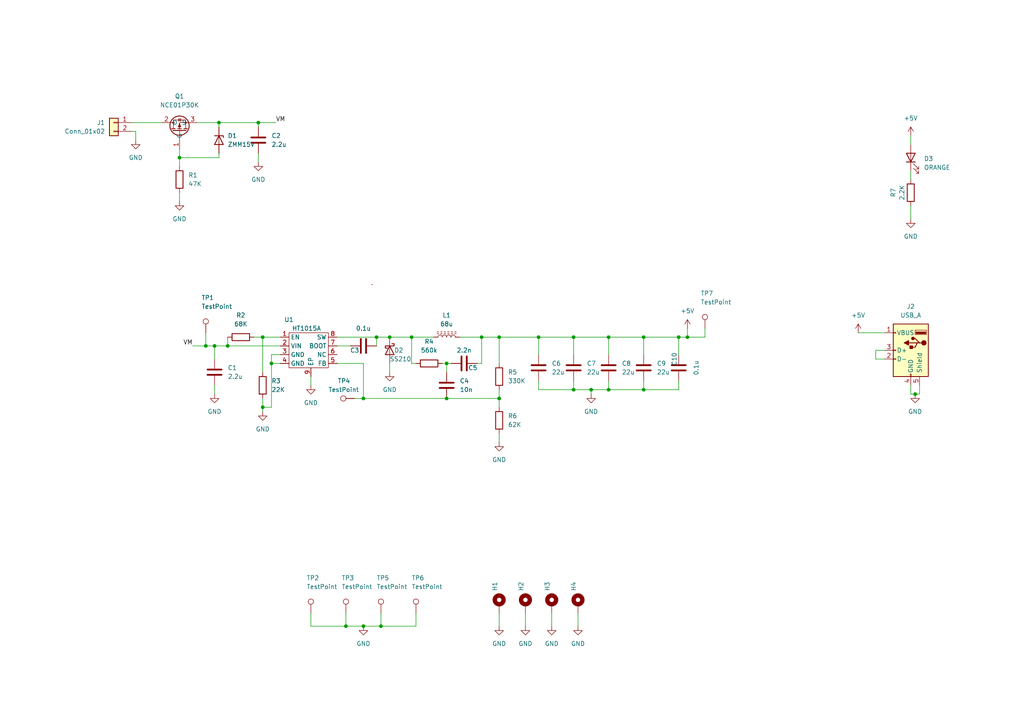
<source format=kicad_sch>
(kicad_sch (version 20211123) (generator eeschema)

  (uuid 65613975-ccdb-4bd0-892c-c12fdd4c4360)

  (paper "A4")

  (lib_symbols
    (symbol "Connector:TestPoint" (pin_numbers hide) (pin_names (offset 0.762) hide) (in_bom yes) (on_board yes)
      (property "Reference" "TP" (id 0) (at 0 6.858 0)
        (effects (font (size 1.27 1.27)))
      )
      (property "Value" "TestPoint" (id 1) (at 0 5.08 0)
        (effects (font (size 1.27 1.27)))
      )
      (property "Footprint" "" (id 2) (at 5.08 0 0)
        (effects (font (size 1.27 1.27)) hide)
      )
      (property "Datasheet" "~" (id 3) (at 5.08 0 0)
        (effects (font (size 1.27 1.27)) hide)
      )
      (property "ki_keywords" "test point tp" (id 4) (at 0 0 0)
        (effects (font (size 1.27 1.27)) hide)
      )
      (property "ki_description" "test point" (id 5) (at 0 0 0)
        (effects (font (size 1.27 1.27)) hide)
      )
      (property "ki_fp_filters" "Pin* Test*" (id 6) (at 0 0 0)
        (effects (font (size 1.27 1.27)) hide)
      )
      (symbol "TestPoint_0_1"
        (circle (center 0 3.302) (radius 0.762)
          (stroke (width 0) (type default) (color 0 0 0 0))
          (fill (type none))
        )
      )
      (symbol "TestPoint_1_1"
        (pin passive line (at 0 0 90) (length 2.54)
          (name "1" (effects (font (size 1.27 1.27))))
          (number "1" (effects (font (size 1.27 1.27))))
        )
      )
    )
    (symbol "Connector:USB_A" (pin_names (offset 1.016)) (in_bom yes) (on_board yes)
      (property "Reference" "J" (id 0) (at -5.08 11.43 0)
        (effects (font (size 1.27 1.27)) (justify left))
      )
      (property "Value" "USB_A" (id 1) (at -5.08 8.89 0)
        (effects (font (size 1.27 1.27)) (justify left))
      )
      (property "Footprint" "" (id 2) (at 3.81 -1.27 0)
        (effects (font (size 1.27 1.27)) hide)
      )
      (property "Datasheet" " ~" (id 3) (at 3.81 -1.27 0)
        (effects (font (size 1.27 1.27)) hide)
      )
      (property "ki_keywords" "connector USB" (id 4) (at 0 0 0)
        (effects (font (size 1.27 1.27)) hide)
      )
      (property "ki_description" "USB Type A connector" (id 5) (at 0 0 0)
        (effects (font (size 1.27 1.27)) hide)
      )
      (property "ki_fp_filters" "USB*" (id 6) (at 0 0 0)
        (effects (font (size 1.27 1.27)) hide)
      )
      (symbol "USB_A_0_1"
        (rectangle (start -5.08 -7.62) (end 5.08 7.62)
          (stroke (width 0.254) (type default) (color 0 0 0 0))
          (fill (type background))
        )
        (circle (center -3.81 2.159) (radius 0.635)
          (stroke (width 0.254) (type default) (color 0 0 0 0))
          (fill (type outline))
        )
        (rectangle (start -1.524 4.826) (end -4.318 5.334)
          (stroke (width 0) (type default) (color 0 0 0 0))
          (fill (type outline))
        )
        (rectangle (start -1.27 4.572) (end -4.572 5.842)
          (stroke (width 0) (type default) (color 0 0 0 0))
          (fill (type none))
        )
        (circle (center -0.635 3.429) (radius 0.381)
          (stroke (width 0.254) (type default) (color 0 0 0 0))
          (fill (type outline))
        )
        (rectangle (start -0.127 -7.62) (end 0.127 -6.858)
          (stroke (width 0) (type default) (color 0 0 0 0))
          (fill (type none))
        )
        (polyline
          (pts
            (xy -3.175 2.159)
            (xy -2.54 2.159)
            (xy -1.27 3.429)
            (xy -0.635 3.429)
          )
          (stroke (width 0.254) (type default) (color 0 0 0 0))
          (fill (type none))
        )
        (polyline
          (pts
            (xy -2.54 2.159)
            (xy -1.905 2.159)
            (xy -1.27 0.889)
            (xy 0 0.889)
          )
          (stroke (width 0.254) (type default) (color 0 0 0 0))
          (fill (type none))
        )
        (polyline
          (pts
            (xy 0.635 2.794)
            (xy 0.635 1.524)
            (xy 1.905 2.159)
            (xy 0.635 2.794)
          )
          (stroke (width 0.254) (type default) (color 0 0 0 0))
          (fill (type outline))
        )
        (rectangle (start 0.254 1.27) (end -0.508 0.508)
          (stroke (width 0.254) (type default) (color 0 0 0 0))
          (fill (type outline))
        )
        (rectangle (start 5.08 -2.667) (end 4.318 -2.413)
          (stroke (width 0) (type default) (color 0 0 0 0))
          (fill (type none))
        )
        (rectangle (start 5.08 -0.127) (end 4.318 0.127)
          (stroke (width 0) (type default) (color 0 0 0 0))
          (fill (type none))
        )
        (rectangle (start 5.08 4.953) (end 4.318 5.207)
          (stroke (width 0) (type default) (color 0 0 0 0))
          (fill (type none))
        )
      )
      (symbol "USB_A_1_1"
        (polyline
          (pts
            (xy -1.905 2.159)
            (xy 0.635 2.159)
          )
          (stroke (width 0.254) (type default) (color 0 0 0 0))
          (fill (type none))
        )
        (pin power_in line (at 7.62 5.08 180) (length 2.54)
          (name "VBUS" (effects (font (size 1.27 1.27))))
          (number "1" (effects (font (size 1.27 1.27))))
        )
        (pin bidirectional line (at 7.62 -2.54 180) (length 2.54)
          (name "D-" (effects (font (size 1.27 1.27))))
          (number "2" (effects (font (size 1.27 1.27))))
        )
        (pin bidirectional line (at 7.62 0 180) (length 2.54)
          (name "D+" (effects (font (size 1.27 1.27))))
          (number "3" (effects (font (size 1.27 1.27))))
        )
        (pin power_in line (at 0 -10.16 90) (length 2.54)
          (name "GND" (effects (font (size 1.27 1.27))))
          (number "4" (effects (font (size 1.27 1.27))))
        )
        (pin passive line (at -2.54 -10.16 90) (length 2.54)
          (name "Shield" (effects (font (size 1.27 1.27))))
          (number "5" (effects (font (size 1.27 1.27))))
        )
      )
    )
    (symbol "Connector_Generic:Conn_01x02" (pin_names (offset 1.016) hide) (in_bom yes) (on_board yes)
      (property "Reference" "J" (id 0) (at 0 2.54 0)
        (effects (font (size 1.27 1.27)))
      )
      (property "Value" "Conn_01x02" (id 1) (at 0 -5.08 0)
        (effects (font (size 1.27 1.27)))
      )
      (property "Footprint" "" (id 2) (at 0 0 0)
        (effects (font (size 1.27 1.27)) hide)
      )
      (property "Datasheet" "~" (id 3) (at 0 0 0)
        (effects (font (size 1.27 1.27)) hide)
      )
      (property "ki_keywords" "connector" (id 4) (at 0 0 0)
        (effects (font (size 1.27 1.27)) hide)
      )
      (property "ki_description" "Generic connector, single row, 01x02, script generated (kicad-library-utils/schlib/autogen/connector/)" (id 5) (at 0 0 0)
        (effects (font (size 1.27 1.27)) hide)
      )
      (property "ki_fp_filters" "Connector*:*_1x??_*" (id 6) (at 0 0 0)
        (effects (font (size 1.27 1.27)) hide)
      )
      (symbol "Conn_01x02_1_1"
        (rectangle (start -1.27 -2.413) (end 0 -2.667)
          (stroke (width 0.1524) (type default) (color 0 0 0 0))
          (fill (type none))
        )
        (rectangle (start -1.27 0.127) (end 0 -0.127)
          (stroke (width 0.1524) (type default) (color 0 0 0 0))
          (fill (type none))
        )
        (rectangle (start -1.27 1.27) (end 1.27 -3.81)
          (stroke (width 0.254) (type default) (color 0 0 0 0))
          (fill (type background))
        )
        (pin passive line (at -5.08 0 0) (length 3.81)
          (name "Pin_1" (effects (font (size 1.27 1.27))))
          (number "1" (effects (font (size 1.27 1.27))))
        )
        (pin passive line (at -5.08 -2.54 0) (length 3.81)
          (name "Pin_2" (effects (font (size 1.27 1.27))))
          (number "2" (effects (font (size 1.27 1.27))))
        )
      )
    )
    (symbol "Device:C" (pin_numbers hide) (pin_names (offset 0.254)) (in_bom yes) (on_board yes)
      (property "Reference" "C" (id 0) (at 0.635 2.54 0)
        (effects (font (size 1.27 1.27)) (justify left))
      )
      (property "Value" "C" (id 1) (at 0.635 -2.54 0)
        (effects (font (size 1.27 1.27)) (justify left))
      )
      (property "Footprint" "" (id 2) (at 0.9652 -3.81 0)
        (effects (font (size 1.27 1.27)) hide)
      )
      (property "Datasheet" "~" (id 3) (at 0 0 0)
        (effects (font (size 1.27 1.27)) hide)
      )
      (property "ki_keywords" "cap capacitor" (id 4) (at 0 0 0)
        (effects (font (size 1.27 1.27)) hide)
      )
      (property "ki_description" "Unpolarized capacitor" (id 5) (at 0 0 0)
        (effects (font (size 1.27 1.27)) hide)
      )
      (property "ki_fp_filters" "C_*" (id 6) (at 0 0 0)
        (effects (font (size 1.27 1.27)) hide)
      )
      (symbol "C_0_1"
        (polyline
          (pts
            (xy -2.032 -0.762)
            (xy 2.032 -0.762)
          )
          (stroke (width 0.508) (type default) (color 0 0 0 0))
          (fill (type none))
        )
        (polyline
          (pts
            (xy -2.032 0.762)
            (xy 2.032 0.762)
          )
          (stroke (width 0.508) (type default) (color 0 0 0 0))
          (fill (type none))
        )
      )
      (symbol "C_1_1"
        (pin passive line (at 0 3.81 270) (length 2.794)
          (name "~" (effects (font (size 1.27 1.27))))
          (number "1" (effects (font (size 1.27 1.27))))
        )
        (pin passive line (at 0 -3.81 90) (length 2.794)
          (name "~" (effects (font (size 1.27 1.27))))
          (number "2" (effects (font (size 1.27 1.27))))
        )
      )
    )
    (symbol "Device:D_Schottky" (pin_numbers hide) (pin_names (offset 1.016) hide) (in_bom yes) (on_board yes)
      (property "Reference" "D" (id 0) (at 0 2.54 0)
        (effects (font (size 1.27 1.27)))
      )
      (property "Value" "D_Schottky" (id 1) (at 0 -2.54 0)
        (effects (font (size 1.27 1.27)))
      )
      (property "Footprint" "" (id 2) (at 0 0 0)
        (effects (font (size 1.27 1.27)) hide)
      )
      (property "Datasheet" "~" (id 3) (at 0 0 0)
        (effects (font (size 1.27 1.27)) hide)
      )
      (property "ki_keywords" "diode Schottky" (id 4) (at 0 0 0)
        (effects (font (size 1.27 1.27)) hide)
      )
      (property "ki_description" "Schottky diode" (id 5) (at 0 0 0)
        (effects (font (size 1.27 1.27)) hide)
      )
      (property "ki_fp_filters" "TO-???* *_Diode_* *SingleDiode* D_*" (id 6) (at 0 0 0)
        (effects (font (size 1.27 1.27)) hide)
      )
      (symbol "D_Schottky_0_1"
        (polyline
          (pts
            (xy 1.27 0)
            (xy -1.27 0)
          )
          (stroke (width 0) (type default) (color 0 0 0 0))
          (fill (type none))
        )
        (polyline
          (pts
            (xy 1.27 1.27)
            (xy 1.27 -1.27)
            (xy -1.27 0)
            (xy 1.27 1.27)
          )
          (stroke (width 0.254) (type default) (color 0 0 0 0))
          (fill (type none))
        )
        (polyline
          (pts
            (xy -1.905 0.635)
            (xy -1.905 1.27)
            (xy -1.27 1.27)
            (xy -1.27 -1.27)
            (xy -0.635 -1.27)
            (xy -0.635 -0.635)
          )
          (stroke (width 0.254) (type default) (color 0 0 0 0))
          (fill (type none))
        )
      )
      (symbol "D_Schottky_1_1"
        (pin passive line (at -3.81 0 0) (length 2.54)
          (name "K" (effects (font (size 1.27 1.27))))
          (number "1" (effects (font (size 1.27 1.27))))
        )
        (pin passive line (at 3.81 0 180) (length 2.54)
          (name "A" (effects (font (size 1.27 1.27))))
          (number "2" (effects (font (size 1.27 1.27))))
        )
      )
    )
    (symbol "Device:LED" (pin_numbers hide) (pin_names (offset 1.016) hide) (in_bom yes) (on_board yes)
      (property "Reference" "D" (id 0) (at 0 2.54 0)
        (effects (font (size 1.27 1.27)))
      )
      (property "Value" "LED" (id 1) (at 0 -2.54 0)
        (effects (font (size 1.27 1.27)))
      )
      (property "Footprint" "" (id 2) (at 0 0 0)
        (effects (font (size 1.27 1.27)) hide)
      )
      (property "Datasheet" "~" (id 3) (at 0 0 0)
        (effects (font (size 1.27 1.27)) hide)
      )
      (property "ki_keywords" "LED diode" (id 4) (at 0 0 0)
        (effects (font (size 1.27 1.27)) hide)
      )
      (property "ki_description" "Light emitting diode" (id 5) (at 0 0 0)
        (effects (font (size 1.27 1.27)) hide)
      )
      (property "ki_fp_filters" "LED* LED_SMD:* LED_THT:*" (id 6) (at 0 0 0)
        (effects (font (size 1.27 1.27)) hide)
      )
      (symbol "LED_0_1"
        (polyline
          (pts
            (xy -1.27 -1.27)
            (xy -1.27 1.27)
          )
          (stroke (width 0.254) (type default) (color 0 0 0 0))
          (fill (type none))
        )
        (polyline
          (pts
            (xy -1.27 0)
            (xy 1.27 0)
          )
          (stroke (width 0) (type default) (color 0 0 0 0))
          (fill (type none))
        )
        (polyline
          (pts
            (xy 1.27 -1.27)
            (xy 1.27 1.27)
            (xy -1.27 0)
            (xy 1.27 -1.27)
          )
          (stroke (width 0.254) (type default) (color 0 0 0 0))
          (fill (type none))
        )
        (polyline
          (pts
            (xy -3.048 -0.762)
            (xy -4.572 -2.286)
            (xy -3.81 -2.286)
            (xy -4.572 -2.286)
            (xy -4.572 -1.524)
          )
          (stroke (width 0) (type default) (color 0 0 0 0))
          (fill (type none))
        )
        (polyline
          (pts
            (xy -1.778 -0.762)
            (xy -3.302 -2.286)
            (xy -2.54 -2.286)
            (xy -3.302 -2.286)
            (xy -3.302 -1.524)
          )
          (stroke (width 0) (type default) (color 0 0 0 0))
          (fill (type none))
        )
      )
      (symbol "LED_1_1"
        (pin passive line (at -3.81 0 0) (length 2.54)
          (name "K" (effects (font (size 1.27 1.27))))
          (number "1" (effects (font (size 1.27 1.27))))
        )
        (pin passive line (at 3.81 0 180) (length 2.54)
          (name "A" (effects (font (size 1.27 1.27))))
          (number "2" (effects (font (size 1.27 1.27))))
        )
      )
    )
    (symbol "Device:L_Ferrite" (pin_numbers hide) (pin_names (offset 1.016) hide) (in_bom yes) (on_board yes)
      (property "Reference" "L" (id 0) (at -1.27 0 90)
        (effects (font (size 1.27 1.27)))
      )
      (property "Value" "L_Ferrite" (id 1) (at 2.794 0 90)
        (effects (font (size 1.27 1.27)))
      )
      (property "Footprint" "" (id 2) (at 0 0 0)
        (effects (font (size 1.27 1.27)) hide)
      )
      (property "Datasheet" "~" (id 3) (at 0 0 0)
        (effects (font (size 1.27 1.27)) hide)
      )
      (property "ki_keywords" "inductor choke coil reactor magnetic" (id 4) (at 0 0 0)
        (effects (font (size 1.27 1.27)) hide)
      )
      (property "ki_description" "Inductor with ferrite core" (id 5) (at 0 0 0)
        (effects (font (size 1.27 1.27)) hide)
      )
      (property "ki_fp_filters" "Choke_* *Coil* Inductor_* L_*" (id 6) (at 0 0 0)
        (effects (font (size 1.27 1.27)) hide)
      )
      (symbol "L_Ferrite_0_1"
        (arc (start 0 -2.54) (mid 0.635 -1.905) (end 0 -1.27)
          (stroke (width 0) (type default) (color 0 0 0 0))
          (fill (type none))
        )
        (arc (start 0 -1.27) (mid 0.635 -0.635) (end 0 0)
          (stroke (width 0) (type default) (color 0 0 0 0))
          (fill (type none))
        )
        (polyline
          (pts
            (xy 1.016 -2.794)
            (xy 1.016 -2.286)
          )
          (stroke (width 0) (type default) (color 0 0 0 0))
          (fill (type none))
        )
        (polyline
          (pts
            (xy 1.016 -1.778)
            (xy 1.016 -1.27)
          )
          (stroke (width 0) (type default) (color 0 0 0 0))
          (fill (type none))
        )
        (polyline
          (pts
            (xy 1.016 -0.762)
            (xy 1.016 -0.254)
          )
          (stroke (width 0) (type default) (color 0 0 0 0))
          (fill (type none))
        )
        (polyline
          (pts
            (xy 1.016 0.254)
            (xy 1.016 0.762)
          )
          (stroke (width 0) (type default) (color 0 0 0 0))
          (fill (type none))
        )
        (polyline
          (pts
            (xy 1.016 1.27)
            (xy 1.016 1.778)
          )
          (stroke (width 0) (type default) (color 0 0 0 0))
          (fill (type none))
        )
        (polyline
          (pts
            (xy 1.016 2.286)
            (xy 1.016 2.794)
          )
          (stroke (width 0) (type default) (color 0 0 0 0))
          (fill (type none))
        )
        (polyline
          (pts
            (xy 1.524 -2.286)
            (xy 1.524 -2.794)
          )
          (stroke (width 0) (type default) (color 0 0 0 0))
          (fill (type none))
        )
        (polyline
          (pts
            (xy 1.524 -1.27)
            (xy 1.524 -1.778)
          )
          (stroke (width 0) (type default) (color 0 0 0 0))
          (fill (type none))
        )
        (polyline
          (pts
            (xy 1.524 -0.254)
            (xy 1.524 -0.762)
          )
          (stroke (width 0) (type default) (color 0 0 0 0))
          (fill (type none))
        )
        (polyline
          (pts
            (xy 1.524 0.762)
            (xy 1.524 0.254)
          )
          (stroke (width 0) (type default) (color 0 0 0 0))
          (fill (type none))
        )
        (polyline
          (pts
            (xy 1.524 1.778)
            (xy 1.524 1.27)
          )
          (stroke (width 0) (type default) (color 0 0 0 0))
          (fill (type none))
        )
        (polyline
          (pts
            (xy 1.524 2.794)
            (xy 1.524 2.286)
          )
          (stroke (width 0) (type default) (color 0 0 0 0))
          (fill (type none))
        )
        (arc (start 0 0) (mid 0.635 0.635) (end 0 1.27)
          (stroke (width 0) (type default) (color 0 0 0 0))
          (fill (type none))
        )
        (arc (start 0 1.27) (mid 0.635 1.905) (end 0 2.54)
          (stroke (width 0) (type default) (color 0 0 0 0))
          (fill (type none))
        )
      )
      (symbol "L_Ferrite_1_1"
        (pin passive line (at 0 3.81 270) (length 1.27)
          (name "1" (effects (font (size 1.27 1.27))))
          (number "1" (effects (font (size 1.27 1.27))))
        )
        (pin passive line (at 0 -3.81 90) (length 1.27)
          (name "2" (effects (font (size 1.27 1.27))))
          (number "2" (effects (font (size 1.27 1.27))))
        )
      )
    )
    (symbol "Device:R" (pin_numbers hide) (pin_names (offset 0)) (in_bom yes) (on_board yes)
      (property "Reference" "R" (id 0) (at 2.032 0 90)
        (effects (font (size 1.27 1.27)))
      )
      (property "Value" "R" (id 1) (at 0 0 90)
        (effects (font (size 1.27 1.27)))
      )
      (property "Footprint" "" (id 2) (at -1.778 0 90)
        (effects (font (size 1.27 1.27)) hide)
      )
      (property "Datasheet" "~" (id 3) (at 0 0 0)
        (effects (font (size 1.27 1.27)) hide)
      )
      (property "ki_keywords" "R res resistor" (id 4) (at 0 0 0)
        (effects (font (size 1.27 1.27)) hide)
      )
      (property "ki_description" "Resistor" (id 5) (at 0 0 0)
        (effects (font (size 1.27 1.27)) hide)
      )
      (property "ki_fp_filters" "R_*" (id 6) (at 0 0 0)
        (effects (font (size 1.27 1.27)) hide)
      )
      (symbol "R_0_1"
        (rectangle (start -1.016 -2.54) (end 1.016 2.54)
          (stroke (width 0.254) (type default) (color 0 0 0 0))
          (fill (type none))
        )
      )
      (symbol "R_1_1"
        (pin passive line (at 0 3.81 270) (length 1.27)
          (name "~" (effects (font (size 1.27 1.27))))
          (number "1" (effects (font (size 1.27 1.27))))
        )
        (pin passive line (at 0 -3.81 90) (length 1.27)
          (name "~" (effects (font (size 1.27 1.27))))
          (number "2" (effects (font (size 1.27 1.27))))
        )
      )
    )
    (symbol "Diode:ZMMxx" (pin_numbers hide) (pin_names hide) (in_bom yes) (on_board yes)
      (property "Reference" "D" (id 0) (at 0 2.54 0)
        (effects (font (size 1.27 1.27)))
      )
      (property "Value" "ZMMxx" (id 1) (at 0 -2.54 0)
        (effects (font (size 1.27 1.27)))
      )
      (property "Footprint" "Diode_SMD:D_MiniMELF" (id 2) (at 0 -4.445 0)
        (effects (font (size 1.27 1.27)) hide)
      )
      (property "Datasheet" "https://diotec.com/tl_files/diotec/files/pdf/datasheets/zmm1.pdf" (id 3) (at 0 0 0)
        (effects (font (size 1.27 1.27)) hide)
      )
      (property "ki_keywords" "zener diode" (id 4) (at 0 0 0)
        (effects (font (size 1.27 1.27)) hide)
      )
      (property "ki_description" "500mW Zener Diode, MiniMELF" (id 5) (at 0 0 0)
        (effects (font (size 1.27 1.27)) hide)
      )
      (property "ki_fp_filters" "D*MiniMELF*" (id 6) (at 0 0 0)
        (effects (font (size 1.27 1.27)) hide)
      )
      (symbol "ZMMxx_0_1"
        (polyline
          (pts
            (xy 1.27 0)
            (xy -1.27 0)
          )
          (stroke (width 0) (type default) (color 0 0 0 0))
          (fill (type none))
        )
        (polyline
          (pts
            (xy -1.27 -1.27)
            (xy -1.27 1.27)
            (xy -0.762 1.27)
          )
          (stroke (width 0.254) (type default) (color 0 0 0 0))
          (fill (type none))
        )
        (polyline
          (pts
            (xy 1.27 -1.27)
            (xy 1.27 1.27)
            (xy -1.27 0)
            (xy 1.27 -1.27)
          )
          (stroke (width 0.254) (type default) (color 0 0 0 0))
          (fill (type none))
        )
      )
      (symbol "ZMMxx_1_1"
        (pin passive line (at -3.81 0 0) (length 2.54)
          (name "K" (effects (font (size 1.27 1.27))))
          (number "1" (effects (font (size 1.27 1.27))))
        )
        (pin passive line (at 3.81 0 180) (length 2.54)
          (name "A" (effects (font (size 1.27 1.27))))
          (number "2" (effects (font (size 1.27 1.27))))
        )
      )
    )
    (symbol "Mechanical:MountingHole_Pad" (pin_numbers hide) (pin_names (offset 1.016) hide) (in_bom yes) (on_board yes)
      (property "Reference" "H" (id 0) (at 0 6.35 0)
        (effects (font (size 1.27 1.27)))
      )
      (property "Value" "MountingHole_Pad" (id 1) (at 0 4.445 0)
        (effects (font (size 1.27 1.27)))
      )
      (property "Footprint" "" (id 2) (at 0 0 0)
        (effects (font (size 1.27 1.27)) hide)
      )
      (property "Datasheet" "~" (id 3) (at 0 0 0)
        (effects (font (size 1.27 1.27)) hide)
      )
      (property "ki_keywords" "mounting hole" (id 4) (at 0 0 0)
        (effects (font (size 1.27 1.27)) hide)
      )
      (property "ki_description" "Mounting Hole with connection" (id 5) (at 0 0 0)
        (effects (font (size 1.27 1.27)) hide)
      )
      (property "ki_fp_filters" "MountingHole*Pad*" (id 6) (at 0 0 0)
        (effects (font (size 1.27 1.27)) hide)
      )
      (symbol "MountingHole_Pad_0_1"
        (circle (center 0 1.27) (radius 1.27)
          (stroke (width 1.27) (type default) (color 0 0 0 0))
          (fill (type none))
        )
      )
      (symbol "MountingHole_Pad_1_1"
        (pin input line (at 0 -2.54 90) (length 2.54)
          (name "1" (effects (font (size 1.27 1.27))))
          (number "1" (effects (font (size 1.27 1.27))))
        )
      )
    )
    (symbol "Signetics:HT1015A" (in_bom yes) (on_board yes)
      (property "Reference" "U" (id 0) (at 5.08 5.08 0)
        (effects (font (size 1.27 1.27)))
      )
      (property "Value" "HT1015A" (id 1) (at 5.08 2.54 0)
        (effects (font (size 1.27 1.27)))
      )
      (property "Footprint" "" (id 2) (at 0 19.05 0)
        (effects (font (size 1.27 1.27)) hide)
      )
      (property "Datasheet" "" (id 3) (at 0 19.05 0)
        (effects (font (size 1.27 1.27)) hide)
      )
      (symbol "HT1015A_0_1"
        (rectangle (start 0 1.27) (end 11.43 -8.89)
          (stroke (width 0) (type default) (color 0 0 0 0))
          (fill (type none))
        )
        (rectangle (start 24.13 15.24) (end 24.13 15.24)
          (stroke (width 0) (type default) (color 0 0 0 0))
          (fill (type none))
        )
        (rectangle (start 24.13 15.24) (end 24.13 15.24)
          (stroke (width 0) (type default) (color 0 0 0 0))
          (fill (type none))
        )
        (rectangle (start 24.13 15.24) (end 24.13 15.24)
          (stroke (width 0) (type default) (color 0 0 0 0))
          (fill (type none))
        )
        (rectangle (start 24.13 15.24) (end 24.13 15.24)
          (stroke (width 0) (type default) (color 0 0 0 0))
          (fill (type none))
        )
        (rectangle (start 24.13 15.24) (end 24.13 15.24)
          (stroke (width 0) (type default) (color 0 0 0 0))
          (fill (type none))
        )
        (rectangle (start 24.13 15.24) (end 24.13 15.24)
          (stroke (width 0) (type default) (color 0 0 0 0))
          (fill (type none))
        )
        (rectangle (start 24.13 15.24) (end 24.13 15.24)
          (stroke (width 0) (type default) (color 0 0 0 0))
          (fill (type none))
        )
        (rectangle (start 24.13 15.24) (end 24.13 15.24)
          (stroke (width 0) (type default) (color 0 0 0 0))
          (fill (type none))
        )
        (rectangle (start 24.13 15.24) (end 24.13 15.24)
          (stroke (width 0) (type default) (color 0 0 0 0))
          (fill (type none))
        )
        (rectangle (start 24.13 15.24) (end 24.13 15.24)
          (stroke (width 0) (type default) (color 0 0 0 0))
          (fill (type none))
        )
        (rectangle (start 24.13 15.24) (end 24.13 15.24)
          (stroke (width 0) (type default) (color 0 0 0 0))
          (fill (type none))
        )
        (rectangle (start 24.13 15.24) (end 24.13 15.24)
          (stroke (width 0) (type default) (color 0 0 0 0))
          (fill (type none))
        )
        (rectangle (start 24.13 15.24) (end 24.13 15.24)
          (stroke (width 0) (type default) (color 0 0 0 0))
          (fill (type none))
        )
        (rectangle (start 24.13 15.24) (end 24.13 15.24)
          (stroke (width 0) (type default) (color 0 0 0 0))
          (fill (type none))
        )
        (rectangle (start 24.13 15.24) (end 24.13 15.24)
          (stroke (width 0) (type default) (color 0 0 0 0))
          (fill (type none))
        )
        (rectangle (start 24.13 15.24) (end 24.13 15.24)
          (stroke (width 0) (type default) (color 0 0 0 0))
          (fill (type none))
        )
        (rectangle (start 24.13 15.24) (end 24.13 15.24)
          (stroke (width 0) (type default) (color 0 0 0 0))
          (fill (type none))
        )
        (rectangle (start 24.13 15.24) (end 24.13 15.24)
          (stroke (width 0) (type default) (color 0 0 0 0))
          (fill (type none))
        )
      )
      (symbol "HT1015A_1_1"
        (pin input line (at -2.54 0 0) (length 2.54)
          (name "EN" (effects (font (size 1.27 1.27))))
          (number "1" (effects (font (size 1.27 1.27))))
        )
        (pin power_in line (at -2.54 -2.54 0) (length 2.54)
          (name "VIN" (effects (font (size 1.27 1.27))))
          (number "2" (effects (font (size 1.27 1.27))))
        )
        (pin passive line (at -2.54 -5.08 0) (length 2.54)
          (name "GND" (effects (font (size 1.27 1.27))))
          (number "3" (effects (font (size 1.27 1.27))))
        )
        (pin passive line (at -2.54 -7.62 0) (length 2.54)
          (name "GND" (effects (font (size 1.27 1.27))))
          (number "4" (effects (font (size 1.27 1.27))))
        )
        (pin passive line (at 13.97 -7.62 180) (length 2.54)
          (name "FB" (effects (font (size 1.27 1.27))))
          (number "5" (effects (font (size 1.27 1.27))))
        )
        (pin passive line (at 13.97 -5.08 180) (length 2.54)
          (name "NC" (effects (font (size 1.27 1.27))))
          (number "6" (effects (font (size 1.27 1.27))))
        )
        (pin passive line (at 13.97 -2.54 180) (length 2.54)
          (name "BOOT" (effects (font (size 1.27 1.27))))
          (number "7" (effects (font (size 1.27 1.27))))
        )
        (pin passive line (at 13.97 0 180) (length 2.54)
          (name "SW" (effects (font (size 1.27 1.27))))
          (number "8" (effects (font (size 1.27 1.27))))
        )
        (pin passive line (at 6.35 -11.43 90) (length 2.54)
          (name "EP" (effects (font (size 1.27 1.27))))
          (number "9" (effects (font (size 1.27 1.27))))
        )
      )
    )
    (symbol "Signetics:NCE01P30K" (in_bom yes) (on_board yes)
      (property "Reference" "Q" (id 0) (at -5.08 2.54 0)
        (effects (font (size 1.27 1.27)))
      )
      (property "Value" "NCE01P30K" (id 1) (at -3.81 5.08 0)
        (effects (font (size 1.27 1.27)))
      )
      (property "Footprint" "" (id 2) (at 0 11.43 0)
        (effects (font (size 1.27 1.27)) hide)
      )
      (property "Datasheet" "" (id 3) (at 0 11.43 0)
        (effects (font (size 1.27 1.27)) hide)
      )
      (symbol "NCE01P30K_0_1"
        (polyline
          (pts
            (xy 0.254 0)
            (xy -2.54 0)
          )
          (stroke (width 0) (type default) (color 0 0 0 0))
          (fill (type none))
        )
        (polyline
          (pts
            (xy 0.254 1.905)
            (xy 0.254 -1.905)
          )
          (stroke (width 0.254) (type default) (color 0 0 0 0))
          (fill (type none))
        )
        (polyline
          (pts
            (xy 0.762 -1.27)
            (xy 0.762 -2.286)
          )
          (stroke (width 0.254) (type default) (color 0 0 0 0))
          (fill (type none))
        )
        (polyline
          (pts
            (xy 0.762 0.508)
            (xy 0.762 -0.508)
          )
          (stroke (width 0.254) (type default) (color 0 0 0 0))
          (fill (type none))
        )
        (polyline
          (pts
            (xy 0.762 2.286)
            (xy 0.762 1.27)
          )
          (stroke (width 0.254) (type default) (color 0 0 0 0))
          (fill (type none))
        )
        (polyline
          (pts
            (xy 2.54 2.54)
            (xy 2.54 1.778)
          )
          (stroke (width 0) (type default) (color 0 0 0 0))
          (fill (type none))
        )
        (polyline
          (pts
            (xy 2.54 -2.54)
            (xy 2.54 0)
            (xy 0.762 0)
          )
          (stroke (width 0) (type default) (color 0 0 0 0))
          (fill (type none))
        )
        (polyline
          (pts
            (xy 0.762 1.778)
            (xy 3.302 1.778)
            (xy 3.302 -1.778)
            (xy 0.762 -1.778)
          )
          (stroke (width 0) (type default) (color 0 0 0 0))
          (fill (type none))
        )
        (polyline
          (pts
            (xy 2.286 0)
            (xy 1.27 0.381)
            (xy 1.27 -0.381)
            (xy 2.286 0)
          )
          (stroke (width 0) (type default) (color 0 0 0 0))
          (fill (type outline))
        )
        (polyline
          (pts
            (xy 2.794 -0.508)
            (xy 2.921 -0.381)
            (xy 3.683 -0.381)
            (xy 3.81 -0.254)
          )
          (stroke (width 0) (type default) (color 0 0 0 0))
          (fill (type none))
        )
        (polyline
          (pts
            (xy 3.302 -0.381)
            (xy 2.921 0.254)
            (xy 3.683 0.254)
            (xy 3.302 -0.381)
          )
          (stroke (width 0) (type default) (color 0 0 0 0))
          (fill (type none))
        )
        (circle (center 1.651 0) (radius 2.794)
          (stroke (width 0.254) (type default) (color 0 0 0 0))
          (fill (type none))
        )
        (circle (center 2.54 -1.778) (radius 0.254)
          (stroke (width 0) (type default) (color 0 0 0 0))
          (fill (type outline))
        )
        (circle (center 2.54 1.778) (radius 0.254)
          (stroke (width 0) (type default) (color 0 0 0 0))
          (fill (type outline))
        )
      )
      (symbol "NCE01P30K_1_1"
        (pin input line (at -5.08 0 0) (length 2.54)
          (name "G" (effects (font (size 1.27 1.27))))
          (number "1" (effects (font (size 1.27 1.27))))
        )
        (pin passive line (at 2.54 5.08 270) (length 2.54)
          (name "D" (effects (font (size 1.27 1.27))))
          (number "2" (effects (font (size 1.27 1.27))))
        )
        (pin passive line (at 2.54 -5.08 90) (length 2.54)
          (name "S" (effects (font (size 1.27 1.27))))
          (number "3" (effects (font (size 1.27 1.27))))
        )
      )
    )
    (symbol "power:+5V" (power) (pin_names (offset 0)) (in_bom yes) (on_board yes)
      (property "Reference" "#PWR" (id 0) (at 0 -3.81 0)
        (effects (font (size 1.27 1.27)) hide)
      )
      (property "Value" "+5V" (id 1) (at 0 3.556 0)
        (effects (font (size 1.27 1.27)))
      )
      (property "Footprint" "" (id 2) (at 0 0 0)
        (effects (font (size 1.27 1.27)) hide)
      )
      (property "Datasheet" "" (id 3) (at 0 0 0)
        (effects (font (size 1.27 1.27)) hide)
      )
      (property "ki_keywords" "power-flag" (id 4) (at 0 0 0)
        (effects (font (size 1.27 1.27)) hide)
      )
      (property "ki_description" "Power symbol creates a global label with name \"+5V\"" (id 5) (at 0 0 0)
        (effects (font (size 1.27 1.27)) hide)
      )
      (symbol "+5V_0_1"
        (polyline
          (pts
            (xy -0.762 1.27)
            (xy 0 2.54)
          )
          (stroke (width 0) (type default) (color 0 0 0 0))
          (fill (type none))
        )
        (polyline
          (pts
            (xy 0 0)
            (xy 0 2.54)
          )
          (stroke (width 0) (type default) (color 0 0 0 0))
          (fill (type none))
        )
        (polyline
          (pts
            (xy 0 2.54)
            (xy 0.762 1.27)
          )
          (stroke (width 0) (type default) (color 0 0 0 0))
          (fill (type none))
        )
      )
      (symbol "+5V_1_1"
        (pin power_in line (at 0 0 90) (length 0) hide
          (name "+5V" (effects (font (size 1.27 1.27))))
          (number "1" (effects (font (size 1.27 1.27))))
        )
      )
    )
    (symbol "power:GND" (power) (pin_names (offset 0)) (in_bom yes) (on_board yes)
      (property "Reference" "#PWR" (id 0) (at 0 -6.35 0)
        (effects (font (size 1.27 1.27)) hide)
      )
      (property "Value" "GND" (id 1) (at 0 -3.81 0)
        (effects (font (size 1.27 1.27)))
      )
      (property "Footprint" "" (id 2) (at 0 0 0)
        (effects (font (size 1.27 1.27)) hide)
      )
      (property "Datasheet" "" (id 3) (at 0 0 0)
        (effects (font (size 1.27 1.27)) hide)
      )
      (property "ki_keywords" "power-flag" (id 4) (at 0 0 0)
        (effects (font (size 1.27 1.27)) hide)
      )
      (property "ki_description" "Power symbol creates a global label with name \"GND\" , ground" (id 5) (at 0 0 0)
        (effects (font (size 1.27 1.27)) hide)
      )
      (symbol "GND_0_1"
        (polyline
          (pts
            (xy 0 0)
            (xy 0 -1.27)
            (xy 1.27 -1.27)
            (xy 0 -2.54)
            (xy -1.27 -1.27)
            (xy 0 -1.27)
          )
          (stroke (width 0) (type default) (color 0 0 0 0))
          (fill (type none))
        )
      )
      (symbol "GND_1_1"
        (pin power_in line (at 0 0 270) (length 0) hide
          (name "GND" (effects (font (size 1.27 1.27))))
          (number "1" (effects (font (size 1.27 1.27))))
        )
      )
    )
  )

  (junction (at 66.04 100.33) (diameter 0) (color 0 0 0 0)
    (uuid 0432edfd-8553-442a-882d-26e792c9dcb1)
  )
  (junction (at 176.53 113.03) (diameter 0) (color 0 0 0 0)
    (uuid 11bcf60e-dcf2-4e79-87c2-282021af5e52)
  )
  (junction (at 105.41 115.57) (diameter 0) (color 0 0 0 0)
    (uuid 14ecfc3d-3efd-4614-a00c-7883c603aa18)
  )
  (junction (at 129.54 115.57) (diameter 0) (color 0 0 0 0)
    (uuid 1b81cf5f-fb57-40d1-98b4-097dd81d556a)
  )
  (junction (at 186.69 113.03) (diameter 0) (color 0 0 0 0)
    (uuid 27b46341-ba4e-477a-b92e-7af4796b2a20)
  )
  (junction (at 59.69 100.33) (diameter 0) (color 0 0 0 0)
    (uuid 2c230d6b-6c39-4039-8028-ab2ca7a47512)
  )
  (junction (at 176.53 97.79) (diameter 0) (color 0 0 0 0)
    (uuid 300d14a9-fae8-439a-8e4a-928ae6e16bca)
  )
  (junction (at 129.54 105.41) (diameter 0) (color 0 0 0 0)
    (uuid 319d2cce-db14-4fc2-8fce-7cfa1d8d922f)
  )
  (junction (at 63.5 35.56) (diameter 0) (color 0 0 0 0)
    (uuid 4a7cab2e-8da5-420e-83eb-5f93c3f0f4d6)
  )
  (junction (at 265.43 114.3) (diameter 0) (color 0 0 0 0)
    (uuid 4bd72fe2-d871-4ae5-ba1e-b7e5af4f06ca)
  )
  (junction (at 171.45 113.03) (diameter 0) (color 0 0 0 0)
    (uuid 4ea0fc2e-33c3-4a3b-bb06-1c859c6653cf)
  )
  (junction (at 78.74 105.41) (diameter 0) (color 0 0 0 0)
    (uuid 56b85cd5-a303-438c-8548-33f0725c035e)
  )
  (junction (at 52.07 45.72) (diameter 0) (color 0 0 0 0)
    (uuid 57207b5f-eeb9-4833-95c6-0167d88859c3)
  )
  (junction (at 76.2 118.11) (diameter 0) (color 0 0 0 0)
    (uuid 5e81713b-1d63-447c-91b1-4156b08f43c2)
  )
  (junction (at 74.93 35.56) (diameter 0) (color 0 0 0 0)
    (uuid 81c7b69d-79af-4d0d-b082-b7baec3787a6)
  )
  (junction (at 119.38 97.79) (diameter 0) (color 0 0 0 0)
    (uuid 876f47e2-7aa2-4fa6-aebb-516bdea3412e)
  )
  (junction (at 76.2 97.79) (diameter 0) (color 0 0 0 0)
    (uuid 95a21bcb-bf61-4184-8858-840497861713)
  )
  (junction (at 156.21 97.79) (diameter 0) (color 0 0 0 0)
    (uuid 9e320e15-2149-469f-bd57-dacbb90ba5f9)
  )
  (junction (at 113.03 97.79) (diameter 0) (color 0 0 0 0)
    (uuid 9f030b5f-04e3-4a00-b088-21d51e2eb434)
  )
  (junction (at 110.49 181.61) (diameter 0) (color 0 0 0 0)
    (uuid a6ab5c0f-86c2-4d7f-a8d4-214faa8571ae)
  )
  (junction (at 199.39 97.79) (diameter 0) (color 0 0 0 0)
    (uuid abd2f186-20b9-42a6-831c-6c96d78ea79f)
  )
  (junction (at 144.78 97.79) (diameter 0) (color 0 0 0 0)
    (uuid abff32f1-6ea9-468c-af01-fc36a8965459)
  )
  (junction (at 139.7 97.79) (diameter 0) (color 0 0 0 0)
    (uuid af224c9d-2a18-44d0-bb3d-97e29b8a1537)
  )
  (junction (at 62.23 100.33) (diameter 0) (color 0 0 0 0)
    (uuid b7f604cd-abad-42ec-aa99-db35ca9fe093)
  )
  (junction (at 100.33 181.61) (diameter 0) (color 0 0 0 0)
    (uuid baf02e7a-2a0f-4c33-9a37-09be2ecd20cf)
  )
  (junction (at 109.22 97.79) (diameter 0) (color 0 0 0 0)
    (uuid c3533fda-9985-4b85-85ae-94890acd4621)
  )
  (junction (at 144.78 115.57) (diameter 0) (color 0 0 0 0)
    (uuid df7ebc32-bc8c-4c6b-8f4d-ec0986b5fd0f)
  )
  (junction (at 166.37 113.03) (diameter 0) (color 0 0 0 0)
    (uuid e17aec66-3c33-417d-b282-3b5ec735c444)
  )
  (junction (at 166.37 97.79) (diameter 0) (color 0 0 0 0)
    (uuid e6c4d72c-2979-412f-b806-3b10318de7d8)
  )
  (junction (at 186.69 97.79) (diameter 0) (color 0 0 0 0)
    (uuid e7796fd5-9f3b-4251-a604-bbdc9bc33133)
  )
  (junction (at 105.41 181.61) (diameter 0) (color 0 0 0 0)
    (uuid f3ac465d-88fe-45f2-a2b0-aee3d96d18cb)
  )
  (junction (at 196.85 97.79) (diameter 0) (color 0 0 0 0)
    (uuid f4e3dafb-38e2-4ed4-9462-897aeb0cf04d)
  )

  (wire (pts (xy 176.53 97.79) (xy 176.53 102.87))
    (stroke (width 0) (type default) (color 0 0 0 0))
    (uuid 001732f2-9c1a-44e0-9b2a-40acc95c0b65)
  )
  (wire (pts (xy 81.28 100.33) (xy 66.04 100.33))
    (stroke (width 0) (type default) (color 0 0 0 0))
    (uuid 01a4bec6-ba18-4982-a400-34f4979d2fdb)
  )
  (wire (pts (xy 110.49 181.61) (xy 120.65 181.61))
    (stroke (width 0) (type default) (color 0 0 0 0))
    (uuid 02a613fb-3752-4851-82f3-121f34da774f)
  )
  (wire (pts (xy 152.4 177.8) (xy 152.4 181.61))
    (stroke (width 0) (type default) (color 0 0 0 0))
    (uuid 033a62e2-9ba6-47ad-8321-a659479aa895)
  )
  (wire (pts (xy 78.74 118.11) (xy 76.2 118.11))
    (stroke (width 0) (type default) (color 0 0 0 0))
    (uuid 04eaf435-5f98-4f72-9950-72a02e7ec7f5)
  )
  (wire (pts (xy 256.54 101.6) (xy 254 101.6))
    (stroke (width 0) (type default) (color 0 0 0 0))
    (uuid 05caddb4-5a22-4733-ada7-50adb32eee70)
  )
  (wire (pts (xy 144.78 97.79) (xy 139.7 97.79))
    (stroke (width 0) (type default) (color 0 0 0 0))
    (uuid 064c45e4-a1a0-4f81-8e37-377157c5e0d3)
  )
  (wire (pts (xy 199.39 97.79) (xy 199.39 95.25))
    (stroke (width 0) (type default) (color 0 0 0 0))
    (uuid 08ed70f2-740d-40c8-867d-04efdd095b52)
  )
  (wire (pts (xy 186.69 113.03) (xy 176.53 113.03))
    (stroke (width 0) (type default) (color 0 0 0 0))
    (uuid 09d2f864-a895-4e54-8c08-2ca79a6127ae)
  )
  (wire (pts (xy 76.2 118.11) (xy 76.2 119.38))
    (stroke (width 0) (type default) (color 0 0 0 0))
    (uuid 0b05aacd-6cf9-4f2f-bb05-9520a3317bc0)
  )
  (wire (pts (xy 100.33 177.8) (xy 100.33 181.61))
    (stroke (width 0) (type default) (color 0 0 0 0))
    (uuid 0c8459e4-127e-441d-83d5-37aa48d1ff4d)
  )
  (wire (pts (xy 74.93 44.45) (xy 74.93 46.99))
    (stroke (width 0) (type default) (color 0 0 0 0))
    (uuid 0d9f57c3-7d03-4d84-a589-afc363674064)
  )
  (wire (pts (xy 38.1 35.56) (xy 46.99 35.56))
    (stroke (width 0) (type default) (color 0 0 0 0))
    (uuid 0dfe6ddd-5969-47d8-9145-6bcecc32c32b)
  )
  (wire (pts (xy 264.16 114.3) (xy 265.43 114.3))
    (stroke (width 0) (type default) (color 0 0 0 0))
    (uuid 13409130-f9f5-4503-9bf8-578b60f9e5cf)
  )
  (wire (pts (xy 113.03 97.79) (xy 119.38 97.79))
    (stroke (width 0) (type default) (color 0 0 0 0))
    (uuid 13cb33ab-c247-434a-9eb3-362a60d6cea6)
  )
  (wire (pts (xy 55.88 100.33) (xy 59.69 100.33))
    (stroke (width 0) (type default) (color 0 0 0 0))
    (uuid 14ce4d11-2518-4795-9f19-0b7084f7058f)
  )
  (wire (pts (xy 254 104.14) (xy 256.54 104.14))
    (stroke (width 0) (type default) (color 0 0 0 0))
    (uuid 19591558-a9ce-4d83-a3d1-0067e29a8821)
  )
  (wire (pts (xy 139.7 97.79) (xy 139.7 105.41))
    (stroke (width 0) (type default) (color 0 0 0 0))
    (uuid 1cb1fc7c-7c4d-484e-b003-3a790a579a60)
  )
  (wire (pts (xy 90.17 177.8) (xy 90.17 181.61))
    (stroke (width 0) (type default) (color 0 0 0 0))
    (uuid 1f860089-0b99-45e1-b8c8-c4cde7b696db)
  )
  (wire (pts (xy 248.92 96.52) (xy 256.54 96.52))
    (stroke (width 0) (type default) (color 0 0 0 0))
    (uuid 20cb1b14-49c9-4c61-b37a-062af8bd9dd6)
  )
  (wire (pts (xy 113.03 107.95) (xy 113.03 105.41))
    (stroke (width 0) (type default) (color 0 0 0 0))
    (uuid 2142261d-1cb2-443e-b489-dad57446e85a)
  )
  (wire (pts (xy 81.28 102.87) (xy 78.74 102.87))
    (stroke (width 0) (type default) (color 0 0 0 0))
    (uuid 235a9a4c-9c44-4abf-a892-c4f3c922db77)
  )
  (wire (pts (xy 59.69 100.33) (xy 62.23 100.33))
    (stroke (width 0) (type default) (color 0 0 0 0))
    (uuid 23ab38f2-520f-47e0-ace2-64ccb5adb5ee)
  )
  (wire (pts (xy 166.37 97.79) (xy 166.37 102.87))
    (stroke (width 0) (type default) (color 0 0 0 0))
    (uuid 24d554fd-49c6-48fc-8850-a856a7b8a535)
  )
  (wire (pts (xy 156.21 97.79) (xy 166.37 97.79))
    (stroke (width 0) (type default) (color 0 0 0 0))
    (uuid 2564105e-90ed-40d2-bb1a-d91ffbed5708)
  )
  (wire (pts (xy 171.45 113.03) (xy 171.45 114.3))
    (stroke (width 0) (type default) (color 0 0 0 0))
    (uuid 26833a20-3408-4a37-a1d5-3855e0daa2de)
  )
  (wire (pts (xy 186.69 113.03) (xy 196.85 113.03))
    (stroke (width 0) (type default) (color 0 0 0 0))
    (uuid 28fbe0d9-f6ca-4bff-a54f-738126f858bd)
  )
  (wire (pts (xy 176.53 113.03) (xy 171.45 113.03))
    (stroke (width 0) (type default) (color 0 0 0 0))
    (uuid 2d7b4297-c5d9-4947-8743-0be86935c344)
  )
  (wire (pts (xy 144.78 97.79) (xy 156.21 97.79))
    (stroke (width 0) (type default) (color 0 0 0 0))
    (uuid 315ee958-7365-4694-8e89-f25e3f0c5719)
  )
  (wire (pts (xy 97.79 100.33) (xy 101.6 100.33))
    (stroke (width 0) (type default) (color 0 0 0 0))
    (uuid 396b522f-0e5a-45e1-886c-3ad0825cfa41)
  )
  (wire (pts (xy 196.85 97.79) (xy 199.39 97.79))
    (stroke (width 0) (type default) (color 0 0 0 0))
    (uuid 3bee78a1-fff1-4a6d-9f49-116cd8b0cc76)
  )
  (wire (pts (xy 76.2 97.79) (xy 76.2 107.95))
    (stroke (width 0) (type default) (color 0 0 0 0))
    (uuid 3fd2e5ef-ca22-4f9d-9168-29e6b782dedc)
  )
  (wire (pts (xy 186.69 97.79) (xy 196.85 97.79))
    (stroke (width 0) (type default) (color 0 0 0 0))
    (uuid 415799c8-d390-4157-9c2b-0f185e98e777)
  )
  (wire (pts (xy 186.69 97.79) (xy 186.69 102.87))
    (stroke (width 0) (type default) (color 0 0 0 0))
    (uuid 429774c0-8b69-4e36-a43f-a7257c4da0bd)
  )
  (wire (pts (xy 204.47 97.79) (xy 204.47 95.25))
    (stroke (width 0) (type default) (color 0 0 0 0))
    (uuid 42c47480-d73c-4bb0-9c83-eed653c5597b)
  )
  (wire (pts (xy 133.35 97.79) (xy 139.7 97.79))
    (stroke (width 0) (type default) (color 0 0 0 0))
    (uuid 4483f0f0-4adf-4ad8-8262-d9bf1e3e6022)
  )
  (wire (pts (xy 74.93 35.56) (xy 74.93 36.83))
    (stroke (width 0) (type default) (color 0 0 0 0))
    (uuid 4648b6a7-b485-4642-94e8-5f308b703e2a)
  )
  (wire (pts (xy 66.04 100.33) (xy 62.23 100.33))
    (stroke (width 0) (type default) (color 0 0 0 0))
    (uuid 499d4f08-67b3-456a-bf4b-0b23f5373a51)
  )
  (wire (pts (xy 144.78 125.73) (xy 144.78 128.27))
    (stroke (width 0) (type default) (color 0 0 0 0))
    (uuid 4b4caefd-308e-4b6b-97b6-cb3bf8d36cff)
  )
  (wire (pts (xy 264.16 59.69) (xy 264.16 63.5))
    (stroke (width 0) (type default) (color 0 0 0 0))
    (uuid 4f8866db-fc55-4da8-b0e5-a38a62319715)
  )
  (wire (pts (xy 78.74 105.41) (xy 81.28 105.41))
    (stroke (width 0) (type default) (color 0 0 0 0))
    (uuid 50e94e0d-ad8c-4591-ae16-38c99a9368bf)
  )
  (wire (pts (xy 129.54 105.41) (xy 130.81 105.41))
    (stroke (width 0) (type default) (color 0 0 0 0))
    (uuid 512f03d6-0229-486e-8e49-7526d86a9d74)
  )
  (wire (pts (xy 73.66 97.79) (xy 76.2 97.79))
    (stroke (width 0) (type default) (color 0 0 0 0))
    (uuid 53965eb6-fc94-4742-a646-e7664184e1f6)
  )
  (wire (pts (xy 63.5 44.45) (xy 63.5 45.72))
    (stroke (width 0) (type default) (color 0 0 0 0))
    (uuid 5722e171-d8d7-48cf-a21b-b5fcf65dd52e)
  )
  (wire (pts (xy 109.22 97.79) (xy 109.22 100.33))
    (stroke (width 0) (type default) (color 0 0 0 0))
    (uuid 5978c02f-3b8a-4bc1-b975-a20cffea30f3)
  )
  (wire (pts (xy 119.38 105.41) (xy 119.38 97.79))
    (stroke (width 0) (type default) (color 0 0 0 0))
    (uuid 5ac5c002-b2da-487b-ab40-3b24804296f1)
  )
  (wire (pts (xy 196.85 113.03) (xy 196.85 110.49))
    (stroke (width 0) (type default) (color 0 0 0 0))
    (uuid 5c40eada-ab51-4170-af4f-280afb6eca27)
  )
  (wire (pts (xy 102.87 115.57) (xy 105.41 115.57))
    (stroke (width 0) (type default) (color 0 0 0 0))
    (uuid 5d1e043d-480e-4be6-b086-85038bba3b73)
  )
  (wire (pts (xy 264.16 49.53) (xy 264.16 52.07))
    (stroke (width 0) (type default) (color 0 0 0 0))
    (uuid 5dd3169e-b89c-4f60-8913-ecf81b5e8b48)
  )
  (wire (pts (xy 264.16 111.76) (xy 264.16 114.3))
    (stroke (width 0) (type default) (color 0 0 0 0))
    (uuid 617a45a6-f505-44d9-ae66-fdafc2ae4ae2)
  )
  (wire (pts (xy 52.07 43.18) (xy 52.07 45.72))
    (stroke (width 0) (type default) (color 0 0 0 0))
    (uuid 65173631-3bf1-4311-ad3d-a0b3243d4a59)
  )
  (wire (pts (xy 186.69 110.49) (xy 186.69 113.03))
    (stroke (width 0) (type default) (color 0 0 0 0))
    (uuid 6954a06a-fd33-45ad-9953-e1c2c89a72ed)
  )
  (wire (pts (xy 52.07 55.88) (xy 52.07 58.42))
    (stroke (width 0) (type default) (color 0 0 0 0))
    (uuid 714d5bc8-f39e-4ffa-8185-44a27fbbc9ec)
  )
  (wire (pts (xy 144.78 115.57) (xy 144.78 118.11))
    (stroke (width 0) (type default) (color 0 0 0 0))
    (uuid 7552c86a-5311-45a5-bdc3-416d105725ae)
  )
  (wire (pts (xy 57.15 35.56) (xy 63.5 35.56))
    (stroke (width 0) (type default) (color 0 0 0 0))
    (uuid 790f1205-addf-4add-aa2b-e3ec1680faca)
  )
  (wire (pts (xy 105.41 181.61) (xy 110.49 181.61))
    (stroke (width 0) (type default) (color 0 0 0 0))
    (uuid 79ac92e8-38ed-4a28-a9b0-ab353c4060ed)
  )
  (wire (pts (xy 264.16 39.37) (xy 264.16 41.91))
    (stroke (width 0) (type default) (color 0 0 0 0))
    (uuid 855d2224-5523-4278-b1d8-03993c9e6729)
  )
  (wire (pts (xy 120.65 181.61) (xy 120.65 177.8))
    (stroke (width 0) (type default) (color 0 0 0 0))
    (uuid 8d5e1583-6e9b-4bed-8ca5-666c98e0d17e)
  )
  (wire (pts (xy 144.78 113.03) (xy 144.78 115.57))
    (stroke (width 0) (type default) (color 0 0 0 0))
    (uuid 90f94791-c7b0-47c9-a774-23acb07ba102)
  )
  (wire (pts (xy 110.49 177.8) (xy 110.49 181.61))
    (stroke (width 0) (type default) (color 0 0 0 0))
    (uuid 91121d8a-2528-4502-9272-3d2b0d1492a8)
  )
  (wire (pts (xy 59.69 96.52) (xy 59.69 100.33))
    (stroke (width 0) (type default) (color 0 0 0 0))
    (uuid 91c62295-5efc-4234-a906-3f0ec85bbf85)
  )
  (wire (pts (xy 156.21 113.03) (xy 156.21 110.49))
    (stroke (width 0) (type default) (color 0 0 0 0))
    (uuid 957064ec-4674-41fd-bb9e-be025e65aae2)
  )
  (wire (pts (xy 266.7 111.76) (xy 266.7 114.3))
    (stroke (width 0) (type default) (color 0 0 0 0))
    (uuid 9d3706a9-9fb9-4a5d-a7e2-62a13dfdcc07)
  )
  (wire (pts (xy 139.7 105.41) (xy 138.43 105.41))
    (stroke (width 0) (type default) (color 0 0 0 0))
    (uuid 9e9a15d7-8743-4267-9444-231d21862989)
  )
  (wire (pts (xy 97.79 97.79) (xy 109.22 97.79))
    (stroke (width 0) (type default) (color 0 0 0 0))
    (uuid a0ae4f00-79b6-48da-9b45-e38696f1b56e)
  )
  (wire (pts (xy 119.38 97.79) (xy 125.73 97.79))
    (stroke (width 0) (type default) (color 0 0 0 0))
    (uuid a0e4b663-a96a-46e5-bea3-4657ad0e96d3)
  )
  (wire (pts (xy 78.74 102.87) (xy 78.74 105.41))
    (stroke (width 0) (type default) (color 0 0 0 0))
    (uuid a42f12a3-8d2b-4443-93b9-64258ddec2b2)
  )
  (wire (pts (xy 63.5 35.56) (xy 74.93 35.56))
    (stroke (width 0) (type default) (color 0 0 0 0))
    (uuid a457db2c-e72e-4c1b-aa90-fb4f1f809100)
  )
  (wire (pts (xy 129.54 105.41) (xy 129.54 107.95))
    (stroke (width 0) (type default) (color 0 0 0 0))
    (uuid a8954039-4713-4154-88df-61edf749e3bd)
  )
  (wire (pts (xy 78.74 105.41) (xy 78.74 118.11))
    (stroke (width 0) (type default) (color 0 0 0 0))
    (uuid aa1ac309-182f-440b-91c5-59e24aad5b7e)
  )
  (wire (pts (xy 166.37 97.79) (xy 176.53 97.79))
    (stroke (width 0) (type default) (color 0 0 0 0))
    (uuid aa2b2770-ebd2-42fe-9d51-ee04333d9264)
  )
  (wire (pts (xy 167.64 177.8) (xy 167.64 181.61))
    (stroke (width 0) (type default) (color 0 0 0 0))
    (uuid ab0bd1b5-2c96-46d2-99a5-95483a113619)
  )
  (wire (pts (xy 63.5 45.72) (xy 52.07 45.72))
    (stroke (width 0) (type default) (color 0 0 0 0))
    (uuid ac882c84-08e2-447f-a339-4b41c8cbb07d)
  )
  (wire (pts (xy 156.21 97.79) (xy 156.21 102.87))
    (stroke (width 0) (type default) (color 0 0 0 0))
    (uuid acc19b9f-abe5-4b5d-aa97-f3c8add40b6f)
  )
  (wire (pts (xy 196.85 97.79) (xy 196.85 102.87))
    (stroke (width 0) (type default) (color 0 0 0 0))
    (uuid b3aaa032-4b73-42e0-acec-0c0259b42847)
  )
  (wire (pts (xy 105.41 115.57) (xy 129.54 115.57))
    (stroke (width 0) (type default) (color 0 0 0 0))
    (uuid b7601684-7f25-4dd6-94a6-bca7876f7a9a)
  )
  (wire (pts (xy 62.23 100.33) (xy 62.23 104.14))
    (stroke (width 0) (type default) (color 0 0 0 0))
    (uuid b8ad2efa-5a38-46af-84e6-8fdc67733eeb)
  )
  (wire (pts (xy 128.27 105.41) (xy 129.54 105.41))
    (stroke (width 0) (type default) (color 0 0 0 0))
    (uuid b91cb242-d0ae-4eee-84b8-2e0edc074431)
  )
  (wire (pts (xy 166.37 110.49) (xy 166.37 113.03))
    (stroke (width 0) (type default) (color 0 0 0 0))
    (uuid b9abe9c1-5061-43a4-8a5c-d47c5ed50733)
  )
  (wire (pts (xy 160.02 177.8) (xy 160.02 181.61))
    (stroke (width 0) (type default) (color 0 0 0 0))
    (uuid ba1a6065-71da-4d44-94ad-1beda74cbaf0)
  )
  (wire (pts (xy 97.79 105.41) (xy 105.41 105.41))
    (stroke (width 0) (type default) (color 0 0 0 0))
    (uuid bbadd3e2-b71d-4b02-bd1d-80f87bb290e7)
  )
  (wire (pts (xy 100.33 181.61) (xy 105.41 181.61))
    (stroke (width 0) (type default) (color 0 0 0 0))
    (uuid bcfbee4f-70ba-4fdf-9acb-018e1aae74eb)
  )
  (wire (pts (xy 39.37 38.1) (xy 39.37 40.64))
    (stroke (width 0) (type default) (color 0 0 0 0))
    (uuid bf50eefb-aabc-4573-9e02-4b45432147f9)
  )
  (wire (pts (xy 129.54 115.57) (xy 144.78 115.57))
    (stroke (width 0) (type default) (color 0 0 0 0))
    (uuid c015398b-9e1c-4dba-856d-0e723c30de90)
  )
  (wire (pts (xy 90.17 109.22) (xy 90.17 111.76))
    (stroke (width 0) (type default) (color 0 0 0 0))
    (uuid c330e00a-4ea2-4b50-9f9d-d94750869c31)
  )
  (wire (pts (xy 74.93 35.56) (xy 80.01 35.56))
    (stroke (width 0) (type default) (color 0 0 0 0))
    (uuid c3c588c4-ae76-488a-add9-59047a715031)
  )
  (wire (pts (xy 76.2 115.57) (xy 76.2 118.11))
    (stroke (width 0) (type default) (color 0 0 0 0))
    (uuid c466f5e2-a46b-4471-a05e-08adc2b72e43)
  )
  (wire (pts (xy 109.22 97.79) (xy 113.03 97.79))
    (stroke (width 0) (type default) (color 0 0 0 0))
    (uuid ccd42256-865c-4623-971b-9fcd06bf2f70)
  )
  (wire (pts (xy 76.2 97.79) (xy 81.28 97.79))
    (stroke (width 0) (type default) (color 0 0 0 0))
    (uuid d11417e3-1dec-41c5-ae53-2a0e691aec9a)
  )
  (wire (pts (xy 176.53 110.49) (xy 176.53 113.03))
    (stroke (width 0) (type default) (color 0 0 0 0))
    (uuid d362770a-b01c-4426-9e70-3762c8616974)
  )
  (wire (pts (xy 171.45 113.03) (xy 166.37 113.03))
    (stroke (width 0) (type default) (color 0 0 0 0))
    (uuid d4876a86-90d1-478c-8cae-9c65c3bfe1fe)
  )
  (wire (pts (xy 38.1 38.1) (xy 39.37 38.1))
    (stroke (width 0) (type default) (color 0 0 0 0))
    (uuid d5afcfed-ad8c-4dcf-a9ed-5f08a516e3e7)
  )
  (wire (pts (xy 63.5 35.56) (xy 63.5 36.83))
    (stroke (width 0) (type default) (color 0 0 0 0))
    (uuid d739f671-b948-480c-8c53-0f983c2709e6)
  )
  (wire (pts (xy 266.7 114.3) (xy 265.43 114.3))
    (stroke (width 0) (type default) (color 0 0 0 0))
    (uuid db61968b-c62c-4d45-94b5-a2f7dd3c9e4d)
  )
  (wire (pts (xy 254 101.6) (xy 254 104.14))
    (stroke (width 0) (type default) (color 0 0 0 0))
    (uuid dee8082e-138a-42ac-bef9-0701775e1b53)
  )
  (wire (pts (xy 120.65 105.41) (xy 119.38 105.41))
    (stroke (width 0) (type default) (color 0 0 0 0))
    (uuid e0dd7039-ca11-4369-84bd-dea2d07015af)
  )
  (wire (pts (xy 90.17 181.61) (xy 100.33 181.61))
    (stroke (width 0) (type default) (color 0 0 0 0))
    (uuid e7c566a7-5a90-4a62-867d-bc9439a80821)
  )
  (wire (pts (xy 105.41 105.41) (xy 105.41 115.57))
    (stroke (width 0) (type default) (color 0 0 0 0))
    (uuid ea26a2ae-37f1-4a91-8db1-83750948136e)
  )
  (wire (pts (xy 52.07 45.72) (xy 52.07 48.26))
    (stroke (width 0) (type default) (color 0 0 0 0))
    (uuid ea272849-1f5e-41db-8203-acdbd820ed87)
  )
  (wire (pts (xy 166.37 113.03) (xy 156.21 113.03))
    (stroke (width 0) (type default) (color 0 0 0 0))
    (uuid ea6fc3db-fcdc-47a1-ae58-f0c471120503)
  )
  (wire (pts (xy 144.78 177.8) (xy 144.78 181.61))
    (stroke (width 0) (type default) (color 0 0 0 0))
    (uuid f1c696c4-bfab-489f-8660-6c6f0121ca1a)
  )
  (wire (pts (xy 66.04 100.33) (xy 66.04 97.79))
    (stroke (width 0) (type default) (color 0 0 0 0))
    (uuid f4d0dd20-90d5-43a5-9982-3b3f1c2f9af4)
  )
  (wire (pts (xy 176.53 97.79) (xy 186.69 97.79))
    (stroke (width 0) (type default) (color 0 0 0 0))
    (uuid f6e919b8-8b0f-4733-8049-063a1fa1a5e5)
  )
  (wire (pts (xy 144.78 105.41) (xy 144.78 97.79))
    (stroke (width 0) (type default) (color 0 0 0 0))
    (uuid f8995ea6-bca4-4651-b737-49b1decf1eed)
  )
  (wire (pts (xy 199.39 97.79) (xy 204.47 97.79))
    (stroke (width 0) (type default) (color 0 0 0 0))
    (uuid fbc82faf-23fb-4539-8869-836e8bf52946)
  )
  (wire (pts (xy 62.23 111.76) (xy 62.23 114.3))
    (stroke (width 0) (type default) (color 0 0 0 0))
    (uuid fdb1e6fc-090b-4e5f-b52b-7084c614ad18)
  )

  (label "VM" (at 80.01 35.56 0)
    (effects (font (size 1.27 1.27)) (justify left bottom))
    (uuid 2cc31270-81f2-4c58-8769-3df33e7f7f2e)
  )
  (label "VM" (at 55.88 100.33 180)
    (effects (font (size 1.27 1.27)) (justify right bottom))
    (uuid c87d4119-f51f-450e-aa15-56721daabc64)
  )

  (symbol (lib_id "Device:R") (at 264.16 55.88 180) (unit 1)
    (in_bom yes) (on_board yes)
    (uuid 0b6235d9-6491-41d2-911c-1140804a067e)
    (property "Reference" "R7" (id 0) (at 259.08 55.88 90))
    (property "Value" "2.2K" (id 1) (at 261.62 55.88 90))
    (property "Footprint" "Resistor_SMD:R_0805_2012Metric" (id 2) (at 265.938 55.88 90)
      (effects (font (size 1.27 1.27)) hide)
    )
    (property "Datasheet" "~" (id 3) (at 264.16 55.88 0)
      (effects (font (size 1.27 1.27)) hide)
    )
    (pin "1" (uuid ff8c859b-89d3-4f25-bcf9-336a9dac9d14))
    (pin "2" (uuid 3950f204-012e-4ee9-a67a-578d0338ec1a))
  )

  (symbol (lib_id "Device:L_Ferrite") (at 129.54 97.79 90) (unit 1)
    (in_bom yes) (on_board yes) (fields_autoplaced)
    (uuid 0d9818af-2be9-4682-8ae8-b5db85f6579f)
    (property "Reference" "L1" (id 0) (at 129.54 91.44 90))
    (property "Value" "68u" (id 1) (at 129.54 93.98 90))
    (property "Footprint" "Signetics:CYA0650-68UH" (id 2) (at 129.54 97.79 0)
      (effects (font (size 1.27 1.27)) hide)
    )
    (property "Datasheet" "~" (id 3) (at 129.54 97.79 0)
      (effects (font (size 1.27 1.27)) hide)
    )
    (pin "1" (uuid a2060f3b-2cf6-45bf-8a8e-ec293d1170fc))
    (pin "2" (uuid 7b5f6c2b-c24e-46e0-8cc7-ada30933b2a0))
  )

  (symbol (lib_id "power:+5V") (at 264.16 39.37 0) (unit 1)
    (in_bom yes) (on_board yes) (fields_autoplaced)
    (uuid 10ba1c46-47c7-447e-b885-8c004bdfae23)
    (property "Reference" "#PWR0112" (id 0) (at 264.16 43.18 0)
      (effects (font (size 1.27 1.27)) hide)
    )
    (property "Value" "+5V" (id 1) (at 264.16 34.29 0))
    (property "Footprint" "" (id 2) (at 264.16 39.37 0)
      (effects (font (size 1.27 1.27)) hide)
    )
    (property "Datasheet" "" (id 3) (at 264.16 39.37 0)
      (effects (font (size 1.27 1.27)) hide)
    )
    (pin "1" (uuid 216c1265-3e23-40e2-8be2-eeefd0970868))
  )

  (symbol (lib_id "power:GND") (at 52.07 58.42 0) (mirror y) (unit 1)
    (in_bom yes) (on_board yes) (fields_autoplaced)
    (uuid 1e184a32-8317-4a76-b719-52a7d7765555)
    (property "Reference" "#PWR0102" (id 0) (at 52.07 64.77 0)
      (effects (font (size 1.27 1.27)) hide)
    )
    (property "Value" "GND" (id 1) (at 52.07 63.5 0))
    (property "Footprint" "" (id 2) (at 52.07 58.42 0)
      (effects (font (size 1.27 1.27)) hide)
    )
    (property "Datasheet" "" (id 3) (at 52.07 58.42 0)
      (effects (font (size 1.27 1.27)) hide)
    )
    (pin "1" (uuid 188c2600-785d-4c36-8c21-ffbdb6748b2b))
  )

  (symbol (lib_id "power:GND") (at 113.03 107.95 0) (mirror y) (unit 1)
    (in_bom yes) (on_board yes) (fields_autoplaced)
    (uuid 1f25b9a6-2f91-4f55-8126-11af131b5c1a)
    (property "Reference" "#PWR0113" (id 0) (at 113.03 114.3 0)
      (effects (font (size 1.27 1.27)) hide)
    )
    (property "Value" "GND" (id 1) (at 113.03 113.03 0))
    (property "Footprint" "" (id 2) (at 113.03 107.95 0)
      (effects (font (size 1.27 1.27)) hide)
    )
    (property "Datasheet" "" (id 3) (at 113.03 107.95 0)
      (effects (font (size 1.27 1.27)) hide)
    )
    (pin "1" (uuid 09eac402-5b78-4ee3-b0b6-edc6423a2418))
  )

  (symbol (lib_id "Signetics:NCE01P30K") (at 52.07 38.1 90) (unit 1)
    (in_bom yes) (on_board yes) (fields_autoplaced)
    (uuid 24d16266-9f37-44fe-b186-da9840755375)
    (property "Reference" "Q1" (id 0) (at 52.07 27.94 90))
    (property "Value" "NCE01P30K" (id 1) (at 52.07 30.48 90))
    (property "Footprint" "Package_TO_SOT_SMD:TO-252-2" (id 2) (at 40.64 38.1 0)
      (effects (font (size 1.27 1.27)) hide)
    )
    (property "Datasheet" "" (id 3) (at 40.64 38.1 0)
      (effects (font (size 1.27 1.27)) hide)
    )
    (pin "1" (uuid 3979e8e2-3f7b-409d-8412-6955d077883c))
    (pin "2" (uuid 662844ef-62fe-4065-9f62-4753c5ada34d))
    (pin "3" (uuid 66c93883-9b1d-4aff-b6ad-b29d6d57a8d9))
  )

  (symbol (lib_id "power:GND") (at 167.64 181.61 0) (unit 1)
    (in_bom yes) (on_board yes) (fields_autoplaced)
    (uuid 25fb601a-7551-406d-9e1c-f19f1f4a5562)
    (property "Reference" "#PWR0105" (id 0) (at 167.64 187.96 0)
      (effects (font (size 1.27 1.27)) hide)
    )
    (property "Value" "GND" (id 1) (at 167.64 186.69 0))
    (property "Footprint" "" (id 2) (at 167.64 181.61 0)
      (effects (font (size 1.27 1.27)) hide)
    )
    (property "Datasheet" "" (id 3) (at 167.64 181.61 0)
      (effects (font (size 1.27 1.27)) hide)
    )
    (pin "1" (uuid 3a06a6ce-b65d-470e-bf6d-d3ce11b24569))
  )

  (symbol (lib_id "Mechanical:MountingHole_Pad") (at 160.02 175.26 0) (unit 1)
    (in_bom yes) (on_board yes) (fields_autoplaced)
    (uuid 2dadccdb-10c0-4df9-8bb1-1ea0c93f5b5d)
    (property "Reference" "H3" (id 0) (at 158.7499 171.45 90)
      (effects (font (size 1.27 1.27)) (justify left))
    )
    (property "Value" "MountingHole_Pad" (id 1) (at 161.2899 171.45 90)
      (effects (font (size 1.27 1.27)) (justify left) hide)
    )
    (property "Footprint" "MountingHole:MountingHole_3.2mm_M3_Pad" (id 2) (at 160.02 175.26 0)
      (effects (font (size 1.27 1.27)) hide)
    )
    (property "Datasheet" "~" (id 3) (at 160.02 175.26 0)
      (effects (font (size 1.27 1.27)) hide)
    )
    (pin "1" (uuid 10bdd37b-51f7-42d5-8729-f815753b8379))
  )

  (symbol (lib_id "Device:C") (at 62.23 107.95 180) (unit 1)
    (in_bom yes) (on_board yes) (fields_autoplaced)
    (uuid 2ebf3038-5738-40ca-8b59-3cc7e51fc1a7)
    (property "Reference" "C1" (id 0) (at 66.04 106.6799 0)
      (effects (font (size 1.27 1.27)) (justify right))
    )
    (property "Value" "2.2u" (id 1) (at 66.04 109.2199 0)
      (effects (font (size 1.27 1.27)) (justify right))
    )
    (property "Footprint" "Capacitor_SMD:C_1206_3216Metric" (id 2) (at 61.2648 104.14 0)
      (effects (font (size 1.27 1.27)) hide)
    )
    (property "Datasheet" "~" (id 3) (at 62.23 107.95 0)
      (effects (font (size 1.27 1.27)) hide)
    )
    (pin "1" (uuid d193197a-3049-4bfa-af33-c7a340deee21))
    (pin "2" (uuid e63c2c24-066c-4d4d-b7a4-f74739c48da1))
  )

  (symbol (lib_id "power:GND") (at 144.78 128.27 0) (mirror y) (unit 1)
    (in_bom yes) (on_board yes) (fields_autoplaced)
    (uuid 2fa48b94-a533-4658-abb4-00973e55208f)
    (property "Reference" "#PWR0114" (id 0) (at 144.78 134.62 0)
      (effects (font (size 1.27 1.27)) hide)
    )
    (property "Value" "GND" (id 1) (at 144.78 133.35 0))
    (property "Footprint" "" (id 2) (at 144.78 128.27 0)
      (effects (font (size 1.27 1.27)) hide)
    )
    (property "Datasheet" "" (id 3) (at 144.78 128.27 0)
      (effects (font (size 1.27 1.27)) hide)
    )
    (pin "1" (uuid d5d2943b-04b9-44c3-a925-86e2b2035ff9))
  )

  (symbol (lib_id "power:GND") (at 74.93 46.99 0) (mirror y) (unit 1)
    (in_bom yes) (on_board yes) (fields_autoplaced)
    (uuid 3b9971a3-2390-4aa6-900e-3076bf289b6e)
    (property "Reference" "#PWR0103" (id 0) (at 74.93 53.34 0)
      (effects (font (size 1.27 1.27)) hide)
    )
    (property "Value" "GND" (id 1) (at 74.93 52.07 0))
    (property "Footprint" "" (id 2) (at 74.93 46.99 0)
      (effects (font (size 1.27 1.27)) hide)
    )
    (property "Datasheet" "" (id 3) (at 74.93 46.99 0)
      (effects (font (size 1.27 1.27)) hide)
    )
    (pin "1" (uuid f8a97f59-a431-4b6d-8bbe-a9d9f1de288d))
  )

  (symbol (lib_id "Mechanical:MountingHole_Pad") (at 152.4 175.26 0) (unit 1)
    (in_bom yes) (on_board yes) (fields_autoplaced)
    (uuid 3c852601-cacb-4549-8a18-ce4267439968)
    (property "Reference" "H2" (id 0) (at 151.1299 171.45 90)
      (effects (font (size 1.27 1.27)) (justify left))
    )
    (property "Value" "MountingHole_Pad" (id 1) (at 153.6699 171.45 90)
      (effects (font (size 1.27 1.27)) (justify left) hide)
    )
    (property "Footprint" "MountingHole:MountingHole_3.2mm_M3_Pad" (id 2) (at 152.4 175.26 0)
      (effects (font (size 1.27 1.27)) hide)
    )
    (property "Datasheet" "~" (id 3) (at 152.4 175.26 0)
      (effects (font (size 1.27 1.27)) hide)
    )
    (pin "1" (uuid f4ac5b34-4984-4543-ba0c-6e9af0464c7f))
  )

  (symbol (lib_id "Device:C") (at 176.53 106.68 180) (unit 1)
    (in_bom yes) (on_board yes) (fields_autoplaced)
    (uuid 45180fc0-e1b0-46b0-8b71-2bca586c079a)
    (property "Reference" "C8" (id 0) (at 180.34 105.4099 0)
      (effects (font (size 1.27 1.27)) (justify right))
    )
    (property "Value" "22u" (id 1) (at 180.34 107.9499 0)
      (effects (font (size 1.27 1.27)) (justify right))
    )
    (property "Footprint" "Capacitor_SMD:C_1206_3216Metric" (id 2) (at 175.5648 102.87 0)
      (effects (font (size 1.27 1.27)) hide)
    )
    (property "Datasheet" "~" (id 3) (at 176.53 106.68 0)
      (effects (font (size 1.27 1.27)) hide)
    )
    (pin "1" (uuid 3d4b3fc0-5294-4943-8cd1-85e6ecf3671a))
    (pin "2" (uuid ffc5fec2-4590-4e1d-bd6e-1543cf47495c))
  )

  (symbol (lib_id "Connector:TestPoint") (at 59.69 96.52 0) (unit 1)
    (in_bom yes) (on_board yes)
    (uuid 469f7e00-37de-4e19-8fdf-f871f0cba9af)
    (property "Reference" "TP1" (id 0) (at 58.42 86.36 0)
      (effects (font (size 1.27 1.27)) (justify left))
    )
    (property "Value" "TestPoint" (id 1) (at 58.42 88.9 0)
      (effects (font (size 1.27 1.27)) (justify left))
    )
    (property "Footprint" "TestPoint:TestPoint_Loop_D2.50mm_Drill1.0mm" (id 2) (at 64.77 96.52 0)
      (effects (font (size 1.27 1.27)) hide)
    )
    (property "Datasheet" "~" (id 3) (at 64.77 96.52 0)
      (effects (font (size 1.27 1.27)) hide)
    )
    (pin "1" (uuid 18cbddae-d222-413a-b1f8-2cfbfeb5cc85))
  )

  (symbol (lib_id "Mechanical:MountingHole_Pad") (at 144.78 175.26 0) (unit 1)
    (in_bom yes) (on_board yes) (fields_autoplaced)
    (uuid 46afb507-7ff5-4a99-a99e-56d124147f75)
    (property "Reference" "H1" (id 0) (at 143.5099 171.45 90)
      (effects (font (size 1.27 1.27)) (justify left))
    )
    (property "Value" "MountingHole_Pad" (id 1) (at 146.0499 171.45 90)
      (effects (font (size 1.27 1.27)) (justify left) hide)
    )
    (property "Footprint" "MountingHole:MountingHole_3.2mm_M3_Pad" (id 2) (at 144.78 175.26 0)
      (effects (font (size 1.27 1.27)) hide)
    )
    (property "Datasheet" "~" (id 3) (at 144.78 175.26 0)
      (effects (font (size 1.27 1.27)) hide)
    )
    (pin "1" (uuid 94be0585-2b4f-468c-9501-62f8530a2403))
  )

  (symbol (lib_id "power:GND") (at 160.02 181.61 0) (unit 1)
    (in_bom yes) (on_board yes) (fields_autoplaced)
    (uuid 501554e3-6719-4261-ac7b-c7fdf3008996)
    (property "Reference" "#PWR0117" (id 0) (at 160.02 187.96 0)
      (effects (font (size 1.27 1.27)) hide)
    )
    (property "Value" "GND" (id 1) (at 160.02 186.69 0))
    (property "Footprint" "" (id 2) (at 160.02 181.61 0)
      (effects (font (size 1.27 1.27)) hide)
    )
    (property "Datasheet" "" (id 3) (at 160.02 181.61 0)
      (effects (font (size 1.27 1.27)) hide)
    )
    (pin "1" (uuid d1999195-8162-4afb-bc8d-c1560d62813b))
  )

  (symbol (lib_id "Device:C") (at 129.54 111.76 180) (unit 1)
    (in_bom yes) (on_board yes) (fields_autoplaced)
    (uuid 50551c07-0719-46c2-b9af-4cd3e048130c)
    (property "Reference" "C4" (id 0) (at 133.35 110.4899 0)
      (effects (font (size 1.27 1.27)) (justify right))
    )
    (property "Value" "10n" (id 1) (at 133.35 113.0299 0)
      (effects (font (size 1.27 1.27)) (justify right))
    )
    (property "Footprint" "Capacitor_SMD:C_0805_2012Metric" (id 2) (at 128.5748 107.95 0)
      (effects (font (size 1.27 1.27)) hide)
    )
    (property "Datasheet" "~" (id 3) (at 129.54 111.76 0)
      (effects (font (size 1.27 1.27)) hide)
    )
    (pin "1" (uuid 82fc9cd4-f852-463c-ae54-08b5408a28d1))
    (pin "2" (uuid 45e42c41-b990-4609-86d5-1c8b267a3b5f))
  )

  (symbol (lib_id "Device:R") (at 144.78 121.92 180) (unit 1)
    (in_bom yes) (on_board yes) (fields_autoplaced)
    (uuid 57271bb8-bb05-44e9-a7c9-eb8176785656)
    (property "Reference" "R6" (id 0) (at 147.32 120.6499 0)
      (effects (font (size 1.27 1.27)) (justify right))
    )
    (property "Value" "62K" (id 1) (at 147.32 123.1899 0)
      (effects (font (size 1.27 1.27)) (justify right))
    )
    (property "Footprint" "Resistor_SMD:R_0805_2012Metric" (id 2) (at 146.558 121.92 90)
      (effects (font (size 1.27 1.27)) hide)
    )
    (property "Datasheet" "~" (id 3) (at 144.78 121.92 0)
      (effects (font (size 1.27 1.27)) hide)
    )
    (pin "1" (uuid 94224e57-3811-4171-b633-0ebc64d0257d))
    (pin "2" (uuid 464ef4b1-4cc4-4678-8b5b-2abf6246e0c6))
  )

  (symbol (lib_id "Connector:TestPoint") (at 110.49 177.8 0) (unit 1)
    (in_bom yes) (on_board yes)
    (uuid 60baf4cb-7d2c-4612-82f6-a8b23638a696)
    (property "Reference" "TP5" (id 0) (at 109.22 167.64 0)
      (effects (font (size 1.27 1.27)) (justify left))
    )
    (property "Value" "TestPoint" (id 1) (at 109.22 170.18 0)
      (effects (font (size 1.27 1.27)) (justify left))
    )
    (property "Footprint" "TestPoint:TestPoint_Loop_D2.50mm_Drill1.0mm" (id 2) (at 115.57 177.8 0)
      (effects (font (size 1.27 1.27)) hide)
    )
    (property "Datasheet" "~" (id 3) (at 115.57 177.8 0)
      (effects (font (size 1.27 1.27)) hide)
    )
    (pin "1" (uuid 7728e3bb-1f6e-4b95-9895-9f80e21b1408))
  )

  (symbol (lib_id "power:GND") (at 171.45 114.3 0) (mirror y) (unit 1)
    (in_bom yes) (on_board yes) (fields_autoplaced)
    (uuid 66edfd06-941c-4c44-b701-2afd958299d7)
    (property "Reference" "#PWR0104" (id 0) (at 171.45 120.65 0)
      (effects (font (size 1.27 1.27)) hide)
    )
    (property "Value" "GND" (id 1) (at 171.45 119.38 0))
    (property "Footprint" "" (id 2) (at 171.45 114.3 0)
      (effects (font (size 1.27 1.27)) hide)
    )
    (property "Datasheet" "" (id 3) (at 171.45 114.3 0)
      (effects (font (size 1.27 1.27)) hide)
    )
    (pin "1" (uuid 08762e76-8751-41f8-97ba-b1a6f3b61bef))
  )

  (symbol (lib_id "Device:C") (at 156.21 106.68 180) (unit 1)
    (in_bom yes) (on_board yes) (fields_autoplaced)
    (uuid 68235fb9-cfd5-465e-87a2-fd05b8c78566)
    (property "Reference" "C6" (id 0) (at 160.02 105.4099 0)
      (effects (font (size 1.27 1.27)) (justify right))
    )
    (property "Value" "22u" (id 1) (at 160.02 107.9499 0)
      (effects (font (size 1.27 1.27)) (justify right))
    )
    (property "Footprint" "Capacitor_SMD:C_1206_3216Metric" (id 2) (at 155.2448 102.87 0)
      (effects (font (size 1.27 1.27)) hide)
    )
    (property "Datasheet" "~" (id 3) (at 156.21 106.68 0)
      (effects (font (size 1.27 1.27)) hide)
    )
    (pin "1" (uuid 1f7a2162-4c46-4da1-a11d-d1f6d924bd86))
    (pin "2" (uuid dba08db6-f547-4dc3-aa5c-c5a85268b8db))
  )

  (symbol (lib_id "Signetics:HT1015A") (at 83.82 97.79 0) (unit 1)
    (in_bom yes) (on_board yes)
    (uuid 6be93efd-b0a9-4ce8-b655-5c38bf6b083b)
    (property "Reference" "U1" (id 0) (at 83.82 92.71 0))
    (property "Value" "HT1015A" (id 1) (at 88.9 95.25 0))
    (property "Footprint" "Package_SO:HSOP-8-1EP_3.9x4.9mm_P1.27mm_EP2.41x3.1mm_ThermalVias" (id 2) (at 83.82 78.74 0)
      (effects (font (size 1.27 1.27)) hide)
    )
    (property "Datasheet" "" (id 3) (at 83.82 78.74 0)
      (effects (font (size 1.27 1.27)) hide)
    )
    (pin "1" (uuid 220dc22d-dfca-4e28-9e98-6b1e0aa4308d))
    (pin "2" (uuid 7143b54c-7abe-4c0b-9f11-57afdbf814e2))
    (pin "3" (uuid 7d5a917b-603b-4959-aac3-8a60ab287e5c))
    (pin "4" (uuid c8f4371c-0667-4668-a063-bc6bdbeaeec8))
    (pin "5" (uuid 97cbef36-4b27-47f7-8919-f5b68a9d2fcd))
    (pin "6" (uuid e1fa9670-03b4-4845-9e18-d79817895e07))
    (pin "7" (uuid ef22622a-4290-48aa-85ce-1ba714238b07))
    (pin "8" (uuid 52c31c61-ffb3-435f-bcf1-7540609d5e2e))
    (pin "9" (uuid 83ab21a4-5955-4507-8852-dec27ac2033e))
  )

  (symbol (lib_id "Connector:USB_A") (at 264.16 101.6 0) (mirror y) (unit 1)
    (in_bom yes) (on_board yes) (fields_autoplaced)
    (uuid 6c43c567-4c8b-48b7-a804-846478c1bc37)
    (property "Reference" "J2" (id 0) (at 264.16 88.9 0))
    (property "Value" "USB_A" (id 1) (at 264.16 91.44 0))
    (property "Footprint" "Connector_USB:USB_A_CONNFLY_DS1095-WNR0" (id 2) (at 260.35 102.87 0)
      (effects (font (size 1.27 1.27)) hide)
    )
    (property "Datasheet" " ~" (id 3) (at 260.35 102.87 0)
      (effects (font (size 1.27 1.27)) hide)
    )
    (pin "1" (uuid d5d38c9a-c01f-4c81-8025-284dbe40408b))
    (pin "2" (uuid 42d228a0-c439-412d-890f-7c3a6fd18118))
    (pin "3" (uuid df80425f-7392-4819-a21e-8152a672910f))
    (pin "4" (uuid ae320f36-faa0-4788-a5e4-f5831aafe7f4))
    (pin "5" (uuid 6332f8e5-744f-434c-8a0b-abb9ca2ec4f5))
  )

  (symbol (lib_id "Connector:TestPoint") (at 100.33 177.8 0) (unit 1)
    (in_bom yes) (on_board yes)
    (uuid 74eaf4bb-f45b-4f58-8e35-c9a6feb09252)
    (property "Reference" "TP3" (id 0) (at 99.06 167.64 0)
      (effects (font (size 1.27 1.27)) (justify left))
    )
    (property "Value" "TestPoint" (id 1) (at 99.06 170.18 0)
      (effects (font (size 1.27 1.27)) (justify left))
    )
    (property "Footprint" "TestPoint:TestPoint_Loop_D2.50mm_Drill1.0mm" (id 2) (at 105.41 177.8 0)
      (effects (font (size 1.27 1.27)) hide)
    )
    (property "Datasheet" "~" (id 3) (at 105.41 177.8 0)
      (effects (font (size 1.27 1.27)) hide)
    )
    (pin "1" (uuid 482d7db9-6013-4387-bb31-2bae7802a925))
  )

  (symbol (lib_id "power:GND") (at 264.16 63.5 0) (unit 1)
    (in_bom yes) (on_board yes) (fields_autoplaced)
    (uuid 750b583e-80b9-4f22-a026-efefbd5a4ff3)
    (property "Reference" "#PWR0111" (id 0) (at 264.16 69.85 0)
      (effects (font (size 1.27 1.27)) hide)
    )
    (property "Value" "GND" (id 1) (at 264.16 68.58 0))
    (property "Footprint" "" (id 2) (at 264.16 63.5 0)
      (effects (font (size 1.27 1.27)) hide)
    )
    (property "Datasheet" "" (id 3) (at 264.16 63.5 0)
      (effects (font (size 1.27 1.27)) hide)
    )
    (pin "1" (uuid e5afe332-0b78-4e50-adff-0526c2b6b62a))
  )

  (symbol (lib_id "Device:C") (at 186.69 106.68 180) (unit 1)
    (in_bom yes) (on_board yes) (fields_autoplaced)
    (uuid 7f5bab43-93de-4d0f-adb7-97897bf315f0)
    (property "Reference" "C9" (id 0) (at 190.5 105.4099 0)
      (effects (font (size 1.27 1.27)) (justify right))
    )
    (property "Value" "22u" (id 1) (at 190.5 107.9499 0)
      (effects (font (size 1.27 1.27)) (justify right))
    )
    (property "Footprint" "Capacitor_SMD:C_1206_3216Metric" (id 2) (at 185.7248 102.87 0)
      (effects (font (size 1.27 1.27)) hide)
    )
    (property "Datasheet" "~" (id 3) (at 186.69 106.68 0)
      (effects (font (size 1.27 1.27)) hide)
    )
    (pin "1" (uuid 642f64c9-76e3-4064-88da-8b5f20aa717c))
    (pin "2" (uuid f99693dd-61ae-48db-a1b5-3ac2d31a16e4))
  )

  (symbol (lib_id "power:GND") (at 265.43 114.3 0) (mirror y) (unit 1)
    (in_bom yes) (on_board yes) (fields_autoplaced)
    (uuid 7faa0984-5e36-48dc-b67d-91eea647184c)
    (property "Reference" "#PWR0108" (id 0) (at 265.43 120.65 0)
      (effects (font (size 1.27 1.27)) hide)
    )
    (property "Value" "GND" (id 1) (at 265.43 119.38 0))
    (property "Footprint" "" (id 2) (at 265.43 114.3 0)
      (effects (font (size 1.27 1.27)) hide)
    )
    (property "Datasheet" "" (id 3) (at 265.43 114.3 0)
      (effects (font (size 1.27 1.27)) hide)
    )
    (pin "1" (uuid 1b311241-b34c-48c5-b64e-c92e71d09532))
  )

  (symbol (lib_id "power:GND") (at 90.17 111.76 0) (mirror y) (unit 1)
    (in_bom yes) (on_board yes) (fields_autoplaced)
    (uuid 82fe1b27-998d-4e01-8398-bcea18e1fae9)
    (property "Reference" "#PWR?" (id 0) (at 90.17 118.11 0)
      (effects (font (size 1.27 1.27)) hide)
    )
    (property "Value" "GND" (id 1) (at 90.17 116.84 0))
    (property "Footprint" "" (id 2) (at 90.17 111.76 0)
      (effects (font (size 1.27 1.27)) hide)
    )
    (property "Datasheet" "" (id 3) (at 90.17 111.76 0)
      (effects (font (size 1.27 1.27)) hide)
    )
    (pin "1" (uuid b22d3b49-c484-4299-bd63-b22d3c558abf))
  )

  (symbol (lib_id "Connector_Generic:Conn_01x02") (at 33.02 35.56 0) (mirror y) (unit 1)
    (in_bom yes) (on_board yes) (fields_autoplaced)
    (uuid 858923bf-06a1-422c-a2f6-ec671996e2bc)
    (property "Reference" "J1" (id 0) (at 30.48 35.5599 0)
      (effects (font (size 1.27 1.27)) (justify left))
    )
    (property "Value" "Conn_01x02" (id 1) (at 30.48 38.0999 0)
      (effects (font (size 1.27 1.27)) (justify left))
    )
    (property "Footprint" "Connector_Phoenix_MSTB:PhoenixContact_MSTBA_2,5_2-G-5,08_1x02_P5.08mm_Horizontal" (id 2) (at 33.02 35.56 0)
      (effects (font (size 1.27 1.27)) hide)
    )
    (property "Datasheet" "~" (id 3) (at 33.02 35.56 0)
      (effects (font (size 1.27 1.27)) hide)
    )
    (pin "1" (uuid dd8f4ab1-2990-4eab-935a-d33552bc2313))
    (pin "2" (uuid 897643ea-df44-4417-b341-07596cf95972))
  )

  (symbol (lib_id "Device:C") (at 105.41 100.33 90) (unit 1)
    (in_bom yes) (on_board yes)
    (uuid 86b76913-b2ec-4d3a-b300-53cc817fba55)
    (property "Reference" "C3" (id 0) (at 102.87 101.6 90))
    (property "Value" "0.1u" (id 1) (at 105.41 95.25 90))
    (property "Footprint" "Capacitor_SMD:C_0805_2012Metric" (id 2) (at 109.22 99.3648 0)
      (effects (font (size 1.27 1.27)) hide)
    )
    (property "Datasheet" "~" (id 3) (at 105.41 100.33 0)
      (effects (font (size 1.27 1.27)) hide)
    )
    (pin "1" (uuid 6fa51ea6-78d6-4c59-bde6-4619572c8d04))
    (pin "2" (uuid d06c774c-842d-46f7-92ec-d14f04142323))
  )

  (symbol (lib_id "Mechanical:MountingHole_Pad") (at 167.64 175.26 0) (unit 1)
    (in_bom yes) (on_board yes) (fields_autoplaced)
    (uuid 8759e68e-5b24-46ad-a8c2-3bce5a9f4e69)
    (property "Reference" "H4" (id 0) (at 166.3699 171.45 90)
      (effects (font (size 1.27 1.27)) (justify left))
    )
    (property "Value" "MountingHole_Pad" (id 1) (at 168.9099 171.45 90)
      (effects (font (size 1.27 1.27)) (justify left) hide)
    )
    (property "Footprint" "MountingHole:MountingHole_3.2mm_M3_Pad" (id 2) (at 167.64 175.26 0)
      (effects (font (size 1.27 1.27)) hide)
    )
    (property "Datasheet" "~" (id 3) (at 167.64 175.26 0)
      (effects (font (size 1.27 1.27)) hide)
    )
    (pin "1" (uuid 9b1f1e58-b1e1-4939-9c6b-36deef1ede38))
  )

  (symbol (lib_id "power:GND") (at 76.2 119.38 0) (mirror y) (unit 1)
    (in_bom yes) (on_board yes) (fields_autoplaced)
    (uuid 932b9ecd-4db6-4ade-b350-966c06f072e2)
    (property "Reference" "#PWR0106" (id 0) (at 76.2 125.73 0)
      (effects (font (size 1.27 1.27)) hide)
    )
    (property "Value" "GND" (id 1) (at 76.2 124.46 0))
    (property "Footprint" "" (id 2) (at 76.2 119.38 0)
      (effects (font (size 1.27 1.27)) hide)
    )
    (property "Datasheet" "" (id 3) (at 76.2 119.38 0)
      (effects (font (size 1.27 1.27)) hide)
    )
    (pin "1" (uuid 81d02aa0-94a9-4d4e-821a-0d5bb5c67a10))
  )

  (symbol (lib_id "power:GND") (at 62.23 114.3 0) (mirror y) (unit 1)
    (in_bom yes) (on_board yes) (fields_autoplaced)
    (uuid 9cf738f3-4105-4387-a2bf-3a785da5d10d)
    (property "Reference" "#PWR0107" (id 0) (at 62.23 120.65 0)
      (effects (font (size 1.27 1.27)) hide)
    )
    (property "Value" "GND" (id 1) (at 62.23 119.38 0))
    (property "Footprint" "" (id 2) (at 62.23 114.3 0)
      (effects (font (size 1.27 1.27)) hide)
    )
    (property "Datasheet" "" (id 3) (at 62.23 114.3 0)
      (effects (font (size 1.27 1.27)) hide)
    )
    (pin "1" (uuid fd43880c-7c3c-4243-9cd3-8a55d4064362))
  )

  (symbol (lib_id "Device:R") (at 69.85 97.79 90) (unit 1)
    (in_bom yes) (on_board yes) (fields_autoplaced)
    (uuid a1be9273-3db2-4726-9fd7-aca43d034185)
    (property "Reference" "R2" (id 0) (at 69.85 91.44 90))
    (property "Value" "68K" (id 1) (at 69.85 93.98 90))
    (property "Footprint" "Resistor_SMD:R_0805_2012Metric" (id 2) (at 69.85 99.568 90)
      (effects (font (size 1.27 1.27)) hide)
    )
    (property "Datasheet" "~" (id 3) (at 69.85 97.79 0)
      (effects (font (size 1.27 1.27)) hide)
    )
    (pin "1" (uuid 3b4234c0-c6c5-48ae-8860-0c69c5c2f38f))
    (pin "2" (uuid ff4ae9e6-d935-45c3-8e9f-4e91ae3f9485))
  )

  (symbol (lib_id "Diode:ZMMxx") (at 63.5 40.64 270) (unit 1)
    (in_bom yes) (on_board yes) (fields_autoplaced)
    (uuid a377ffc5-6661-4866-b733-0aa210e77591)
    (property "Reference" "D1" (id 0) (at 66.04 39.3699 90)
      (effects (font (size 1.27 1.27)) (justify left))
    )
    (property "Value" "ZMM15V" (id 1) (at 66.04 41.9099 90)
      (effects (font (size 1.27 1.27)) (justify left))
    )
    (property "Footprint" "Diode_SMD:D_MiniMELF" (id 2) (at 59.055 40.64 0)
      (effects (font (size 1.27 1.27)) hide)
    )
    (property "Datasheet" "https://diotec.com/tl_files/diotec/files/pdf/datasheets/zmm1.pdf" (id 3) (at 63.5 40.64 0)
      (effects (font (size 1.27 1.27)) hide)
    )
    (pin "1" (uuid 66cb7e89-3ed3-4473-b5f0-8133c76015da))
    (pin "2" (uuid 69701f44-ecaa-4570-ba03-25fbe7a78e8a))
  )

  (symbol (lib_id "power:+5V") (at 199.39 95.25 0) (mirror y) (unit 1)
    (in_bom yes) (on_board yes) (fields_autoplaced)
    (uuid a867cefe-5827-4688-97bf-dae89eabc713)
    (property "Reference" "#PWR0109" (id 0) (at 199.39 99.06 0)
      (effects (font (size 1.27 1.27)) hide)
    )
    (property "Value" "+5V" (id 1) (at 199.39 90.17 0))
    (property "Footprint" "" (id 2) (at 199.39 95.25 0)
      (effects (font (size 1.27 1.27)) hide)
    )
    (property "Datasheet" "" (id 3) (at 199.39 95.25 0)
      (effects (font (size 1.27 1.27)) hide)
    )
    (pin "1" (uuid faeb005b-39dc-4511-b8c5-1f69887d7db6))
  )

  (symbol (lib_id "Connector:TestPoint") (at 90.17 177.8 0) (unit 1)
    (in_bom yes) (on_board yes)
    (uuid a8eede0b-4c65-445d-95cf-3386f7f08082)
    (property "Reference" "TP2" (id 0) (at 88.9 167.64 0)
      (effects (font (size 1.27 1.27)) (justify left))
    )
    (property "Value" "TestPoint" (id 1) (at 88.9 170.18 0)
      (effects (font (size 1.27 1.27)) (justify left))
    )
    (property "Footprint" "TestPoint:TestPoint_Loop_D2.50mm_Drill1.0mm" (id 2) (at 95.25 177.8 0)
      (effects (font (size 1.27 1.27)) hide)
    )
    (property "Datasheet" "~" (id 3) (at 95.25 177.8 0)
      (effects (font (size 1.27 1.27)) hide)
    )
    (pin "1" (uuid 1c51b71a-9f04-4ea3-a5c7-5752bcc854b6))
  )

  (symbol (lib_id "Connector:TestPoint") (at 204.47 95.25 0) (unit 1)
    (in_bom yes) (on_board yes)
    (uuid ac4c17f3-fce1-4a51-bfc9-0ed365ca586a)
    (property "Reference" "TP7" (id 0) (at 203.2 85.09 0)
      (effects (font (size 1.27 1.27)) (justify left))
    )
    (property "Value" "TestPoint" (id 1) (at 203.2 87.63 0)
      (effects (font (size 1.27 1.27)) (justify left))
    )
    (property "Footprint" "TestPoint:TestPoint_Loop_D2.50mm_Drill1.0mm" (id 2) (at 209.55 95.25 0)
      (effects (font (size 1.27 1.27)) hide)
    )
    (property "Datasheet" "~" (id 3) (at 209.55 95.25 0)
      (effects (font (size 1.27 1.27)) hide)
    )
    (pin "1" (uuid a398ff4c-8677-4f53-a5c3-ab9bdbed1bc9))
  )

  (symbol (lib_id "Connector:TestPoint") (at 120.65 177.8 0) (unit 1)
    (in_bom yes) (on_board yes)
    (uuid b1e8e54a-5a2b-4a4b-a65a-ed49b9bcaebc)
    (property "Reference" "TP6" (id 0) (at 119.38 167.64 0)
      (effects (font (size 1.27 1.27)) (justify left))
    )
    (property "Value" "TestPoint" (id 1) (at 119.38 170.18 0)
      (effects (font (size 1.27 1.27)) (justify left))
    )
    (property "Footprint" "TestPoint:TestPoint_Loop_D2.50mm_Drill1.0mm" (id 2) (at 125.73 177.8 0)
      (effects (font (size 1.27 1.27)) hide)
    )
    (property "Datasheet" "~" (id 3) (at 125.73 177.8 0)
      (effects (font (size 1.27 1.27)) hide)
    )
    (pin "1" (uuid 027a45aa-cd01-49f5-8361-bd312bb9c7bf))
  )

  (symbol (lib_id "Device:D_Schottky") (at 113.03 101.6 270) (unit 1)
    (in_bom yes) (on_board yes)
    (uuid b4d284a7-7195-472e-aa6d-616a2620e5be)
    (property "Reference" "D2" (id 0) (at 114.3 101.6 90)
      (effects (font (size 1.27 1.27)) (justify left))
    )
    (property "Value" "SS210" (id 1) (at 113.03 104.14 90)
      (effects (font (size 1.27 1.27)) (justify left))
    )
    (property "Footprint" "Diode_SMD:D_SMA" (id 2) (at 113.03 101.6 0)
      (effects (font (size 1.27 1.27)) hide)
    )
    (property "Datasheet" "~" (id 3) (at 113.03 101.6 0)
      (effects (font (size 1.27 1.27)) hide)
    )
    (pin "1" (uuid a540bb0e-ca2a-44ba-9801-2d5abff40706))
    (pin "2" (uuid f61dd6d5-36c5-4fe2-9f28-be8999bb1f45))
  )

  (symbol (lib_id "Device:R") (at 76.2 111.76 0) (unit 1)
    (in_bom yes) (on_board yes) (fields_autoplaced)
    (uuid ba5f20bd-1a23-43b9-a29d-d83018ac6851)
    (property "Reference" "R3" (id 0) (at 78.74 110.4899 0)
      (effects (font (size 1.27 1.27)) (justify left))
    )
    (property "Value" "22K" (id 1) (at 78.74 113.0299 0)
      (effects (font (size 1.27 1.27)) (justify left))
    )
    (property "Footprint" "Resistor_SMD:R_0805_2012Metric" (id 2) (at 74.422 111.76 90)
      (effects (font (size 1.27 1.27)) hide)
    )
    (property "Datasheet" "~" (id 3) (at 76.2 111.76 0)
      (effects (font (size 1.27 1.27)) hide)
    )
    (pin "1" (uuid bbc6dc1a-23cc-4b51-a34b-40763bab36c0))
    (pin "2" (uuid a4f60117-bd21-4bad-99cf-686eccfec322))
  )

  (symbol (lib_id "Device:LED") (at 264.16 45.72 90) (unit 1)
    (in_bom yes) (on_board yes) (fields_autoplaced)
    (uuid bb26e239-9937-41ca-b89f-eba7e6deae35)
    (property "Reference" "D3" (id 0) (at 267.97 46.0374 90)
      (effects (font (size 1.27 1.27)) (justify right))
    )
    (property "Value" "ORANGE" (id 1) (at 267.97 48.5774 90)
      (effects (font (size 1.27 1.27)) (justify right))
    )
    (property "Footprint" "LED_SMD:LED_0805_2012Metric" (id 2) (at 264.16 45.72 0)
      (effects (font (size 1.27 1.27)) hide)
    )
    (property "Datasheet" "~" (id 3) (at 264.16 45.72 0)
      (effects (font (size 1.27 1.27)) hide)
    )
    (pin "1" (uuid 1c1f1453-f44e-4314-a370-94a9ac887758))
    (pin "2" (uuid ef091662-6556-4820-a679-1b84b495a943))
  )

  (symbol (lib_id "Device:C") (at 74.93 40.64 180) (unit 1)
    (in_bom yes) (on_board yes) (fields_autoplaced)
    (uuid be9ffe07-a7d6-4b08-a422-3618646e5e85)
    (property "Reference" "C2" (id 0) (at 78.74 39.3699 0)
      (effects (font (size 1.27 1.27)) (justify right))
    )
    (property "Value" "2.2u" (id 1) (at 78.74 41.9099 0)
      (effects (font (size 1.27 1.27)) (justify right))
    )
    (property "Footprint" "Capacitor_SMD:C_1206_3216Metric" (id 2) (at 73.9648 36.83 0)
      (effects (font (size 1.27 1.27)) hide)
    )
    (property "Datasheet" "~" (id 3) (at 74.93 40.64 0)
      (effects (font (size 1.27 1.27)) hide)
    )
    (pin "1" (uuid ef9bc743-366e-4341-b0d4-15e144508eee))
    (pin "2" (uuid c9467834-6b16-4205-8e9a-e5c0253a37fa))
  )

  (symbol (lib_id "power:+5V") (at 248.92 96.52 0) (mirror y) (unit 1)
    (in_bom yes) (on_board yes) (fields_autoplaced)
    (uuid ce6b3ffa-eef6-4df9-998c-6bed3013904c)
    (property "Reference" "#PWR0110" (id 0) (at 248.92 100.33 0)
      (effects (font (size 1.27 1.27)) hide)
    )
    (property "Value" "+5V" (id 1) (at 248.92 91.44 0))
    (property "Footprint" "" (id 2) (at 248.92 96.52 0)
      (effects (font (size 1.27 1.27)) hide)
    )
    (property "Datasheet" "" (id 3) (at 248.92 96.52 0)
      (effects (font (size 1.27 1.27)) hide)
    )
    (pin "1" (uuid fc45c1fd-a81e-4b4c-953c-53588d0765db))
  )

  (symbol (lib_id "power:GND") (at 105.41 181.61 0) (unit 1)
    (in_bom yes) (on_board yes) (fields_autoplaced)
    (uuid d1562d86-8bc3-479b-b50c-21c0678374e1)
    (property "Reference" "#PWR0118" (id 0) (at 105.41 187.96 0)
      (effects (font (size 1.27 1.27)) hide)
    )
    (property "Value" "GND" (id 1) (at 105.41 186.69 0))
    (property "Footprint" "" (id 2) (at 105.41 181.61 0)
      (effects (font (size 1.27 1.27)) hide)
    )
    (property "Datasheet" "" (id 3) (at 105.41 181.61 0)
      (effects (font (size 1.27 1.27)) hide)
    )
    (pin "1" (uuid 2e6ca32f-e69d-4965-a445-f55431747940))
  )

  (symbol (lib_id "Device:R") (at 52.07 52.07 0) (unit 1)
    (in_bom yes) (on_board yes) (fields_autoplaced)
    (uuid d56ff137-25f3-4d27-a428-87139b99e2aa)
    (property "Reference" "R1" (id 0) (at 54.61 50.7999 0)
      (effects (font (size 1.27 1.27)) (justify left))
    )
    (property "Value" "47K" (id 1) (at 54.61 53.3399 0)
      (effects (font (size 1.27 1.27)) (justify left))
    )
    (property "Footprint" "Resistor_SMD:R_0805_2012Metric" (id 2) (at 50.292 52.07 90)
      (effects (font (size 1.27 1.27)) hide)
    )
    (property "Datasheet" "~" (id 3) (at 52.07 52.07 0)
      (effects (font (size 1.27 1.27)) hide)
    )
    (pin "1" (uuid d9ad7876-8d29-42bf-8dae-67cd42756c3e))
    (pin "2" (uuid 5c9692e3-829a-4c43-b5b7-4bdd4728b36a))
  )

  (symbol (lib_id "power:GND") (at 144.78 181.61 0) (unit 1)
    (in_bom yes) (on_board yes) (fields_autoplaced)
    (uuid d74021ab-afa1-4f19-a3eb-9b703816e084)
    (property "Reference" "#PWR0115" (id 0) (at 144.78 187.96 0)
      (effects (font (size 1.27 1.27)) hide)
    )
    (property "Value" "GND" (id 1) (at 144.78 186.69 0))
    (property "Footprint" "" (id 2) (at 144.78 181.61 0)
      (effects (font (size 1.27 1.27)) hide)
    )
    (property "Datasheet" "" (id 3) (at 144.78 181.61 0)
      (effects (font (size 1.27 1.27)) hide)
    )
    (pin "1" (uuid 5dd1c2e3-ec80-4f18-9205-60c9686976e7))
  )

  (symbol (lib_id "Device:C") (at 196.85 106.68 0) (unit 1)
    (in_bom yes) (on_board yes)
    (uuid e11d12df-e106-4599-bcd1-0dd5076f7fbc)
    (property "Reference" "C10" (id 0) (at 195.58 104.14 90))
    (property "Value" "0.1u" (id 1) (at 201.93 106.68 90))
    (property "Footprint" "Capacitor_SMD:C_0805_2012Metric" (id 2) (at 197.8152 110.49 0)
      (effects (font (size 1.27 1.27)) hide)
    )
    (property "Datasheet" "~" (id 3) (at 196.85 106.68 0)
      (effects (font (size 1.27 1.27)) hide)
    )
    (pin "1" (uuid 5a9ece10-a9eb-4178-bd7e-6f48a96029af))
    (pin "2" (uuid ce364bc1-43fe-4274-9d58-270880f98ece))
  )

  (symbol (lib_id "Device:C") (at 166.37 106.68 180) (unit 1)
    (in_bom yes) (on_board yes) (fields_autoplaced)
    (uuid e5199146-9098-48ad-8bf5-4f53f7ecf6d8)
    (property "Reference" "C7" (id 0) (at 170.18 105.4099 0)
      (effects (font (size 1.27 1.27)) (justify right))
    )
    (property "Value" "22u" (id 1) (at 170.18 107.9499 0)
      (effects (font (size 1.27 1.27)) (justify right))
    )
    (property "Footprint" "Capacitor_SMD:C_1206_3216Metric" (id 2) (at 165.4048 102.87 0)
      (effects (font (size 1.27 1.27)) hide)
    )
    (property "Datasheet" "~" (id 3) (at 166.37 106.68 0)
      (effects (font (size 1.27 1.27)) hide)
    )
    (pin "1" (uuid c97a3f59-42ea-4b01-a907-20a9fa5a7a32))
    (pin "2" (uuid 57746876-609e-427f-a07e-0b464b8c410e))
  )

  (symbol (lib_id "power:GND") (at 39.37 40.64 0) (mirror y) (unit 1)
    (in_bom yes) (on_board yes) (fields_autoplaced)
    (uuid e642e060-d6ed-4b59-bc64-7ecf9853ea93)
    (property "Reference" "#PWR0101" (id 0) (at 39.37 46.99 0)
      (effects (font (size 1.27 1.27)) hide)
    )
    (property "Value" "GND" (id 1) (at 39.37 45.72 0))
    (property "Footprint" "" (id 2) (at 39.37 40.64 0)
      (effects (font (size 1.27 1.27)) hide)
    )
    (property "Datasheet" "" (id 3) (at 39.37 40.64 0)
      (effects (font (size 1.27 1.27)) hide)
    )
    (pin "1" (uuid 968ae6be-cf16-44ad-9ba4-8c907f71cf9d))
  )

  (symbol (lib_id "Device:C") (at 134.62 105.41 90) (unit 1)
    (in_bom yes) (on_board yes)
    (uuid e9167196-a2e9-4081-805e-6c2ebea3367a)
    (property "Reference" "C5" (id 0) (at 137.16 106.68 90))
    (property "Value" "2.2n" (id 1) (at 134.62 101.6 90))
    (property "Footprint" "Capacitor_SMD:C_0805_2012Metric" (id 2) (at 138.43 104.4448 0)
      (effects (font (size 1.27 1.27)) hide)
    )
    (property "Datasheet" "~" (id 3) (at 134.62 105.41 0)
      (effects (font (size 1.27 1.27)) hide)
    )
    (pin "1" (uuid 877e8982-07bc-4c15-82b5-b60b9f5d895b))
    (pin "2" (uuid cffc6d55-1004-40a1-9e49-1e46c387cf70))
  )

  (symbol (lib_id "Device:R") (at 124.46 105.41 90) (unit 1)
    (in_bom yes) (on_board yes) (fields_autoplaced)
    (uuid ebc3a1d2-ce08-4d55-9ae1-cab67a8d8dd0)
    (property "Reference" "R4" (id 0) (at 124.46 99.06 90))
    (property "Value" "560k" (id 1) (at 124.46 101.6 90))
    (property "Footprint" "Resistor_SMD:R_0805_2012Metric" (id 2) (at 124.46 107.188 90)
      (effects (font (size 1.27 1.27)) hide)
    )
    (property "Datasheet" "~" (id 3) (at 124.46 105.41 0)
      (effects (font (size 1.27 1.27)) hide)
    )
    (pin "1" (uuid cbc37ea8-7308-4f89-8212-bffa4cb97ffb))
    (pin "2" (uuid 7f2f8889-3a46-48c4-9ff1-4f41ae93ef13))
  )

  (symbol (lib_id "power:GND") (at 152.4 181.61 0) (unit 1)
    (in_bom yes) (on_board yes) (fields_autoplaced)
    (uuid f1310034-a85f-4522-ad44-a5508f7f10a9)
    (property "Reference" "#PWR0116" (id 0) (at 152.4 187.96 0)
      (effects (font (size 1.27 1.27)) hide)
    )
    (property "Value" "GND" (id 1) (at 152.4 186.69 0))
    (property "Footprint" "" (id 2) (at 152.4 181.61 0)
      (effects (font (size 1.27 1.27)) hide)
    )
    (property "Datasheet" "" (id 3) (at 152.4 181.61 0)
      (effects (font (size 1.27 1.27)) hide)
    )
    (pin "1" (uuid 6cb87c57-ce8d-4113-95ae-e79056f2128f))
  )

  (symbol (lib_id "Connector:TestPoint") (at 102.87 115.57 90) (unit 1)
    (in_bom yes) (on_board yes)
    (uuid f2e746a6-92e9-4503-846a-c791139b08b3)
    (property "Reference" "TP4" (id 0) (at 101.6 110.49 90)
      (effects (font (size 1.27 1.27)) (justify left))
    )
    (property "Value" "TestPoint" (id 1) (at 104.14 113.03 90)
      (effects (font (size 1.27 1.27)) (justify left))
    )
    (property "Footprint" "TestPoint:TestPoint_Loop_D2.50mm_Drill1.0mm" (id 2) (at 102.87 110.49 0)
      (effects (font (size 1.27 1.27)) hide)
    )
    (property "Datasheet" "~" (id 3) (at 102.87 110.49 0)
      (effects (font (size 1.27 1.27)) hide)
    )
    (pin "1" (uuid 86114982-8da0-4f16-bd4d-072ac0e01d20))
  )

  (symbol (lib_id "Device:R") (at 144.78 109.22 180) (unit 1)
    (in_bom yes) (on_board yes) (fields_autoplaced)
    (uuid f64ab11d-572e-40cc-9755-31c8b6171e43)
    (property "Reference" "R5" (id 0) (at 147.32 107.9499 0)
      (effects (font (size 1.27 1.27)) (justify right))
    )
    (property "Value" "330K" (id 1) (at 147.32 110.4899 0)
      (effects (font (size 1.27 1.27)) (justify right))
    )
    (property "Footprint" "Resistor_SMD:R_0805_2012Metric" (id 2) (at 146.558 109.22 90)
      (effects (font (size 1.27 1.27)) hide)
    )
    (property "Datasheet" "~" (id 3) (at 144.78 109.22 0)
      (effects (font (size 1.27 1.27)) hide)
    )
    (pin "1" (uuid 5ea9ad9a-67ca-49a5-9c96-e882353905f2))
    (pin "2" (uuid 44119daa-f09e-4337-b7f0-009a85999c60))
  )

  (sheet_instances
    (path "/" (page "1"))
  )

  (symbol_instances
    (path "/e642e060-d6ed-4b59-bc64-7ecf9853ea93"
      (reference "#PWR0101") (unit 1) (value "GND") (footprint "")
    )
    (path "/1e184a32-8317-4a76-b719-52a7d7765555"
      (reference "#PWR0102") (unit 1) (value "GND") (footprint "")
    )
    (path "/3b9971a3-2390-4aa6-900e-3076bf289b6e"
      (reference "#PWR0103") (unit 1) (value "GND") (footprint "")
    )
    (path "/66edfd06-941c-4c44-b701-2afd958299d7"
      (reference "#PWR0104") (unit 1) (value "GND") (footprint "")
    )
    (path "/25fb601a-7551-406d-9e1c-f19f1f4a5562"
      (reference "#PWR0105") (unit 1) (value "GND") (footprint "")
    )
    (path "/932b9ecd-4db6-4ade-b350-966c06f072e2"
      (reference "#PWR0106") (unit 1) (value "GND") (footprint "")
    )
    (path "/9cf738f3-4105-4387-a2bf-3a785da5d10d"
      (reference "#PWR0107") (unit 1) (value "GND") (footprint "")
    )
    (path "/7faa0984-5e36-48dc-b67d-91eea647184c"
      (reference "#PWR0108") (unit 1) (value "GND") (footprint "")
    )
    (path "/a867cefe-5827-4688-97bf-dae89eabc713"
      (reference "#PWR0109") (unit 1) (value "+5V") (footprint "")
    )
    (path "/ce6b3ffa-eef6-4df9-998c-6bed3013904c"
      (reference "#PWR0110") (unit 1) (value "+5V") (footprint "")
    )
    (path "/750b583e-80b9-4f22-a026-efefbd5a4ff3"
      (reference "#PWR0111") (unit 1) (value "GND") (footprint "")
    )
    (path "/10ba1c46-47c7-447e-b885-8c004bdfae23"
      (reference "#PWR0112") (unit 1) (value "+5V") (footprint "")
    )
    (path "/1f25b9a6-2f91-4f55-8126-11af131b5c1a"
      (reference "#PWR0113") (unit 1) (value "GND") (footprint "")
    )
    (path "/2fa48b94-a533-4658-abb4-00973e55208f"
      (reference "#PWR0114") (unit 1) (value "GND") (footprint "")
    )
    (path "/d74021ab-afa1-4f19-a3eb-9b703816e084"
      (reference "#PWR0115") (unit 1) (value "GND") (footprint "")
    )
    (path "/f1310034-a85f-4522-ad44-a5508f7f10a9"
      (reference "#PWR0116") (unit 1) (value "GND") (footprint "")
    )
    (path "/501554e3-6719-4261-ac7b-c7fdf3008996"
      (reference "#PWR0117") (unit 1) (value "GND") (footprint "")
    )
    (path "/d1562d86-8bc3-479b-b50c-21c0678374e1"
      (reference "#PWR0118") (unit 1) (value "GND") (footprint "")
    )
    (path "/82fe1b27-998d-4e01-8398-bcea18e1fae9"
      (reference "#PWR?") (unit 1) (value "GND") (footprint "")
    )
    (path "/2ebf3038-5738-40ca-8b59-3cc7e51fc1a7"
      (reference "C1") (unit 1) (value "2.2u") (footprint "Capacitor_SMD:C_1206_3216Metric")
    )
    (path "/be9ffe07-a7d6-4b08-a422-3618646e5e85"
      (reference "C2") (unit 1) (value "2.2u") (footprint "Capacitor_SMD:C_1206_3216Metric")
    )
    (path "/86b76913-b2ec-4d3a-b300-53cc817fba55"
      (reference "C3") (unit 1) (value "0.1u") (footprint "Capacitor_SMD:C_0805_2012Metric")
    )
    (path "/50551c07-0719-46c2-b9af-4cd3e048130c"
      (reference "C4") (unit 1) (value "10n") (footprint "Capacitor_SMD:C_0805_2012Metric")
    )
    (path "/e9167196-a2e9-4081-805e-6c2ebea3367a"
      (reference "C5") (unit 1) (value "2.2n") (footprint "Capacitor_SMD:C_0805_2012Metric")
    )
    (path "/68235fb9-cfd5-465e-87a2-fd05b8c78566"
      (reference "C6") (unit 1) (value "22u") (footprint "Capacitor_SMD:C_1206_3216Metric")
    )
    (path "/e5199146-9098-48ad-8bf5-4f53f7ecf6d8"
      (reference "C7") (unit 1) (value "22u") (footprint "Capacitor_SMD:C_1206_3216Metric")
    )
    (path "/45180fc0-e1b0-46b0-8b71-2bca586c079a"
      (reference "C8") (unit 1) (value "22u") (footprint "Capacitor_SMD:C_1206_3216Metric")
    )
    (path "/7f5bab43-93de-4d0f-adb7-97897bf315f0"
      (reference "C9") (unit 1) (value "22u") (footprint "Capacitor_SMD:C_1206_3216Metric")
    )
    (path "/e11d12df-e106-4599-bcd1-0dd5076f7fbc"
      (reference "C10") (unit 1) (value "0.1u") (footprint "Capacitor_SMD:C_0805_2012Metric")
    )
    (path "/a377ffc5-6661-4866-b733-0aa210e77591"
      (reference "D1") (unit 1) (value "ZMM15V") (footprint "Diode_SMD:D_MiniMELF")
    )
    (path "/b4d284a7-7195-472e-aa6d-616a2620e5be"
      (reference "D2") (unit 1) (value "SS210") (footprint "Diode_SMD:D_SMA")
    )
    (path "/bb26e239-9937-41ca-b89f-eba7e6deae35"
      (reference "D3") (unit 1) (value "ORANGE") (footprint "LED_SMD:LED_0805_2012Metric")
    )
    (path "/46afb507-7ff5-4a99-a99e-56d124147f75"
      (reference "H1") (unit 1) (value "MountingHole_Pad") (footprint "MountingHole:MountingHole_3.2mm_M3_Pad")
    )
    (path "/3c852601-cacb-4549-8a18-ce4267439968"
      (reference "H2") (unit 1) (value "MountingHole_Pad") (footprint "MountingHole:MountingHole_3.2mm_M3_Pad")
    )
    (path "/2dadccdb-10c0-4df9-8bb1-1ea0c93f5b5d"
      (reference "H3") (unit 1) (value "MountingHole_Pad") (footprint "MountingHole:MountingHole_3.2mm_M3_Pad")
    )
    (path "/8759e68e-5b24-46ad-a8c2-3bce5a9f4e69"
      (reference "H4") (unit 1) (value "MountingHole_Pad") (footprint "MountingHole:MountingHole_3.2mm_M3_Pad")
    )
    (path "/858923bf-06a1-422c-a2f6-ec671996e2bc"
      (reference "J1") (unit 1) (value "Conn_01x02") (footprint "Connector_Phoenix_MSTB:PhoenixContact_MSTBA_2,5_2-G-5,08_1x02_P5.08mm_Horizontal")
    )
    (path "/6c43c567-4c8b-48b7-a804-846478c1bc37"
      (reference "J2") (unit 1) (value "USB_A") (footprint "Connector_USB:USB_A_CONNFLY_DS1095-WNR0")
    )
    (path "/0d9818af-2be9-4682-8ae8-b5db85f6579f"
      (reference "L1") (unit 1) (value "68u") (footprint "Signetics:CYA0650-68UH")
    )
    (path "/24d16266-9f37-44fe-b186-da9840755375"
      (reference "Q1") (unit 1) (value "NCE01P30K") (footprint "Package_TO_SOT_SMD:TO-252-2")
    )
    (path "/d56ff137-25f3-4d27-a428-87139b99e2aa"
      (reference "R1") (unit 1) (value "47K") (footprint "Resistor_SMD:R_0805_2012Metric")
    )
    (path "/a1be9273-3db2-4726-9fd7-aca43d034185"
      (reference "R2") (unit 1) (value "68K") (footprint "Resistor_SMD:R_0805_2012Metric")
    )
    (path "/ba5f20bd-1a23-43b9-a29d-d83018ac6851"
      (reference "R3") (unit 1) (value "22K") (footprint "Resistor_SMD:R_0805_2012Metric")
    )
    (path "/ebc3a1d2-ce08-4d55-9ae1-cab67a8d8dd0"
      (reference "R4") (unit 1) (value "560k") (footprint "Resistor_SMD:R_0805_2012Metric")
    )
    (path "/f64ab11d-572e-40cc-9755-31c8b6171e43"
      (reference "R5") (unit 1) (value "330K") (footprint "Resistor_SMD:R_0805_2012Metric")
    )
    (path "/57271bb8-bb05-44e9-a7c9-eb8176785656"
      (reference "R6") (unit 1) (value "62K") (footprint "Resistor_SMD:R_0805_2012Metric")
    )
    (path "/0b6235d9-6491-41d2-911c-1140804a067e"
      (reference "R7") (unit 1) (value "2.2K") (footprint "Resistor_SMD:R_0805_2012Metric")
    )
    (path "/469f7e00-37de-4e19-8fdf-f871f0cba9af"
      (reference "TP1") (unit 1) (value "TestPoint") (footprint "TestPoint:TestPoint_Loop_D2.50mm_Drill1.0mm")
    )
    (path "/a8eede0b-4c65-445d-95cf-3386f7f08082"
      (reference "TP2") (unit 1) (value "TestPoint") (footprint "TestPoint:TestPoint_Loop_D2.50mm_Drill1.0mm")
    )
    (path "/74eaf4bb-f45b-4f58-8e35-c9a6feb09252"
      (reference "TP3") (unit 1) (value "TestPoint") (footprint "TestPoint:TestPoint_Loop_D2.50mm_Drill1.0mm")
    )
    (path "/f2e746a6-92e9-4503-846a-c791139b08b3"
      (reference "TP4") (unit 1) (value "TestPoint") (footprint "TestPoint:TestPoint_Loop_D2.50mm_Drill1.0mm")
    )
    (path "/60baf4cb-7d2c-4612-82f6-a8b23638a696"
      (reference "TP5") (unit 1) (value "TestPoint") (footprint "TestPoint:TestPoint_Loop_D2.50mm_Drill1.0mm")
    )
    (path "/b1e8e54a-5a2b-4a4b-a65a-ed49b9bcaebc"
      (reference "TP6") (unit 1) (value "TestPoint") (footprint "TestPoint:TestPoint_Loop_D2.50mm_Drill1.0mm")
    )
    (path "/ac4c17f3-fce1-4a51-bfc9-0ed365ca586a"
      (reference "TP7") (unit 1) (value "TestPoint") (footprint "TestPoint:TestPoint_Loop_D2.50mm_Drill1.0mm")
    )
    (path "/6be93efd-b0a9-4ce8-b655-5c38bf6b083b"
      (reference "U1") (unit 1) (value "HT1015A") (footprint "Package_SO:HSOP-8-1EP_3.9x4.9mm_P1.27mm_EP2.41x3.1mm_ThermalVias")
    )
  )
)

</source>
